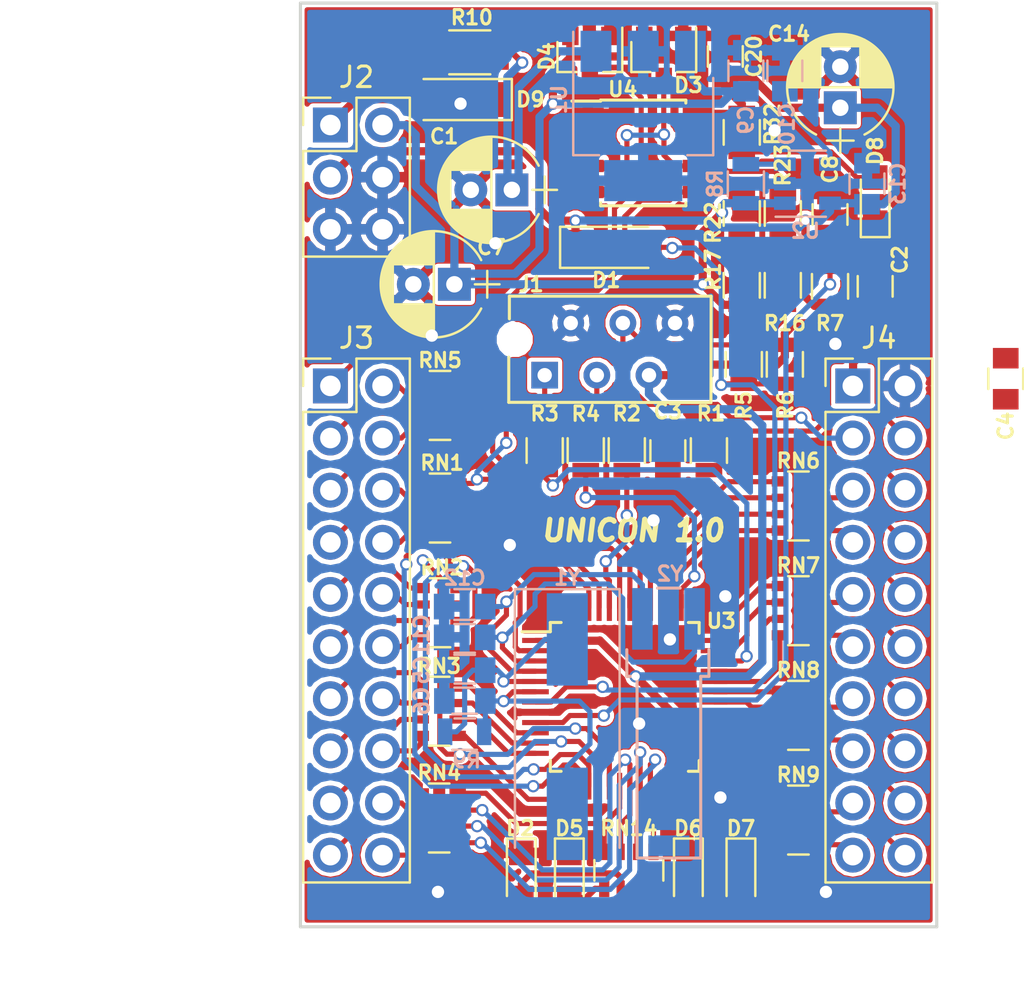
<source format=kicad_pcb>
(kicad_pcb (version 4) (host pcbnew 4.0.7)
  (layers (0 F.Cu signal) (31 B.Cu signal) (34 B.Paste user hide) (35 F.Paste user hide) (36 B.SilkS user) (37 F.SilkS user) (38 B.Mask user hide) (39 F.Mask user hide) (44 Edge.Cuts user))
  (net 0 "")
  (net 1 /12VDC)
  (net 2 /COM)
  (net 3 /BOOT0)
  (net 4 /~NRST)
  (net 5 /OSCIN)
  (net 6 /OSCOUT)
  (net 7 /5VDC)
  (net 8 /VDDA)
  (net 9 /OSC32_I)
  (net 10 /OSC32_O)
  (net 11 "Net-(J1-Pad1)")
  (net 12 "Net-(J1-Pad3)")
  (net 13 /ESCL)
  (net 14 /ESDA)
  (net 15 /BOOTA)
  (net 16 /SWDIO)
  (net 17 /SWCLK)
  (net 18 /IO24)
  (net 19 /IO25)
  (net 20 /IO10)
  (net 21 /IO11)
  (net 22 /IO1)
  (net 23 /IO3)
  (net 24 /IO2)
  (net 25 /IO4)
  (net 26 /IO9)
  (net 27 /IO12)
  (net 28 /IO13)
  (net 29 /IO15)
  (net 30 /IO14)
  (net 31 /IO16)
  (net 32 /IO17)
  (net 33 /IO19)
  (net 34 /IO18)
  (net 35 /IO20)
  (net 36 /IO22)
  (net 37 /IO23)
  (net 38 /3VDC)
  (net 39 "Net-(C10-Pad1)")
  (net 40 "Net-(D2-Pad2)")
  (net 41 /IO34)
  (net 42 /IO35)
  (net 43 /~NRSTP)
  (net 44 "Net-(J3-Pad5)")
  (net 45 "Net-(J3-Pad6)")
  (net 46 "Net-(J3-Pad7)")
  (net 47 "Net-(J3-Pad8)")
  (net 48 "Net-(J3-Pad9)")
  (net 49 "Net-(J3-Pad10)")
  (net 50 "Net-(J3-Pad11)")
  (net 51 "Net-(J3-Pad12)")
  (net 52 "Net-(J3-Pad13)")
  (net 53 "Net-(J3-Pad14)")
  (net 54 "Net-(J3-Pad15)")
  (net 55 "Net-(J3-Pad16)")
  (net 56 "Net-(J3-Pad17)")
  (net 57 "Net-(J3-Pad18)")
  (net 58 "Net-(J3-Pad19)")
  (net 59 "Net-(J3-Pad20)")
  (net 60 "Net-(J4-Pad5)")
  (net 61 "Net-(J4-Pad6)")
  (net 62 "Net-(J4-Pad7)")
  (net 63 "Net-(J4-Pad8)")
  (net 64 "Net-(J4-Pad9)")
  (net 65 "Net-(J4-Pad10)")
  (net 66 "Net-(J4-Pad11)")
  (net 67 "Net-(J4-Pad12)")
  (net 68 "Net-(J4-Pad13)")
  (net 69 "Net-(J4-Pad14)")
  (net 70 "Net-(J4-Pad15)")
  (net 71 "Net-(J4-Pad16)")
  (net 72 "Net-(J4-Pad17)")
  (net 73 "Net-(J4-Pad18)")
  (net 74 "Net-(J4-Pad19)")
  (net 75 "Net-(J4-Pad20)")
  (net 76 "Net-(R8-Pad1)")
  (net 77 /IO37)
  (net 78 /IO36)
  (net 79 /IO33)
  (net 80 /IO31)
  (net 81 /IO32)
  (net 82 /IO30)
  (net 83 /IO29)
  (net 84 /IO27)
  (net 85 /IO28)
  (net 86 /IO26)
  (net 87 "Net-(D5-Pad2)")
  (net 88 "Net-(D6-Pad2)")
  (net 89 "Net-(D7-Pad2)")
  (net 90 "Net-(C1-Pad1)")
  (net 91 /IO21)
  (net 92 "Net-(J3-Pad1)")
  (net 93 "Net-(J3-Pad2)")
  (net 94 "Net-(J3-Pad3)")
  (net 95 "Net-(J3-Pad4)")
  (net 96 "Net-(D8-Pad2)")
  (net 97 "Net-(D9-Pad1)")
  (module Wire_Pads:SolderWirePad_single_0-8mmDrill (layer F.Cu) (at 119.06 113.6)
    (fp_text reference REF** hide)
    (fp_text value SolderWirePad_single_0-8mmDrill)
    (pad 1 thru_hole circle (at 0 0) (size 0.8 0.8) (drill 0.6) (layers *.Cu) (net 2 /COM))
  )
  (module Wire_Pads:SolderWirePad_single_0-8mmDrill (layer F.Cu) (at 113.7 125.9)
    (fp_text reference REF** hide)
    (fp_text value SolderWirePad_single_0-8mmDrill)
    (pad 1 thru_hole circle (at 0 0) (size 0.8 0.8) (drill 0.6) (layers *.Cu) (net 2 /COM))
  )
  (module Wire_Pads:SolderWirePad_single_0-8mmDrill (layer F.Cu) (at 103.2 123.4)
    (fp_text reference REF** hide)
    (fp_text value SolderWirePad_single_0-8mmDrill)
    (pad 1 thru_hole circle (at 0 0) (size 0.8 0.8) (drill 0.6) (layers *.Cu) (net 2 /COM))
  )
  (module Wire_Pads:SolderWirePad_single_0-8mmDrill (layer F.Cu) (at 116.1 103.2)
    (fp_text reference REF** hide)
    (fp_text value SolderWirePad_single_0-8mmDrill)
    (pad 1 thru_hole circle (at 0 0) (size 0.8 0.8) (drill 0.6) (layers *.Cu) (net 2 /COM))
  )
  (module Wire_Pads:SolderWirePad_single_0-8mmDrill (layer F.Cu) (at 100.8 101.9)
    (fp_text reference REF** hide)
    (fp_text value SolderWirePad_single_0-8mmDrill)
    (pad 1 thru_hole circle (at 0 0) (size 0.8 0.8) (drill 0.6) (layers *.Cu) (net 2 /COM))
  )
  (module Wire_Pads:SolderWirePad_single_0-8mmDrill (layer F.Cu) (at 102.5 108.7)
    (fp_text reference REF** hide)
    (fp_text value SolderWirePad_single_0-8mmDrill)
    (pad 1 thru_hole circle (at 0 0) (size 0.8 0.8) (drill 0.6) (layers *.Cu) (net 2 /COM))
  )
  (module Wire_Pads:SolderWirePad_single_0-8mmDrill (layer F.Cu) (at 99.4 113.2)
    (fp_text reference REF** hide)
    (fp_text value SolderWirePad_single_0-8mmDrill)
    (pad 1 thru_hole circle (at 0 0) (size 0.8 0.8) (drill 0.6) (layers *.Cu) (net 2 /COM))
  )
  (module Wire_Pads:SolderWirePad_single_0-8mmDrill (layer F.Cu) (at 118.6 140.3)
    (fp_text reference REF** hide)
    (fp_text value SolderWirePad_single_0-8mmDrill)
    (pad 1 thru_hole circle (at 0 0) (size 0.8 0.8) (drill 0.6) (layers *.Cu) (net 2 /COM))
  )
  (module Wire_Pads:SolderWirePad_single_0-8mmDrill (layer F.Cu) (at 99.7 140.3)
    (fp_text reference REF** hide)
    (fp_text value SolderWirePad_single_0-8mmDrill)
    (pad 1 thru_hole circle (at 0 0) (size 0.8 0.8) (drill 0.6) (layers *.Cu) (net 2 /COM))
  )
  (module Wire_Pads:SolderWirePad_single_0-8mmDrill (layer F.Cu) (at 113.46 135.7)
    (fp_text reference REF** hide)
    (fp_text value SolderWirePad_single_0-8mmDrill)
    (pad 1 thru_hole circle (at 0 0) (size 0.8 0.8) (drill 0.6) (layers *.Cu) (net 2 /COM))
  )
  (module Wire_Pads:SolderWirePad_single_0-8mmDrill (layer F.Cu) (at 109.5 132.1)
    (fp_text reference REF** hide)
    (fp_text value SolderWirePad_single_0-8mmDrill)
    (pad 1 thru_hole circle (at 0 0) (size 0.8 0.8) (drill 0.6) (layers *.Cu) (net 2 /COM))
  )
  (module Wire_Pads:SolderWirePad_single_0-8mmDrill (layer F.Cu) (at 111 128)
    (fp_text reference REF** hide)
    (fp_text value SolderWirePad_single_0-8mmDrill)
    (pad 1 thru_hole circle (at 0 0) (size 0.8 0.8) (drill 0.6) (layers *.Cu) (net 2 /COM))
  )
  (module capacitors:C_0805 (layer F.Cu) (at 121 110.8 90)
    (fp_text reference C2 (at 1.3 1.2 270) (layer F.SilkS) (effects (font (size 0.7 0.7))))
    (fp_text value 100nF)
    (pad 1 smd rect (at -1 0 90) (size 1 1.25) (layers F.Cu F.Paste F.Mask) (net 38 /3VDC))
    (pad 2 smd rect (at 1 0 90) (size 1 1.25) (layers F.Cu F.Paste F.Mask) (net 2 /COM))
  )
  (module capacitors:C_0805 (layer F.Cu) (at 110.9 118.8 90)
    (fp_text reference C3 (at 1.9 0 180) (layer F.SilkS) (effects (font (size 0.7 0.7))))
    (fp_text value 100nF)
    (pad 1 smd rect (at -1 0 90) (size 1 1.25) (layers F.Cu F.Paste F.Mask) (net 3 /BOOT0))
    (pad 2 smd rect (at 1 0 90) (size 1 1.25) (layers F.Cu F.Paste F.Mask) (net 2 /COM))
  )
  (module capacitors:C_0805 (layer F.Cu) (at 127.36 115.3 90)
    (fp_text reference C4 (at -2.3 0 90) (layer F.SilkS) (effects (font (size 0.7 0.7))))
    (fp_text value 100nF)
    (pad 1 smd rect (at -1 0 90) (size 1 1.25) (layers F.Cu F.Paste F.Mask) (net 4 /~NRST))
    (pad 2 smd rect (at 1 0 90) (size 1 1.25) (layers F.Cu F.Paste F.Mask) (net 2 /COM))
  )
  (module capacitors:C_0805 (layer B.Cu) (at 101 129.5 180)
    (fp_text reference C5 (at 2.1 0 270) (layer B.SilkS) (effects (font (size 0.7 0.7)) (justify mirror)))
    (fp_text value 15pF)
    (pad 1 smd rect (at -1 0 180) (size 1 1.25) (layers B.Cu B.Paste B.Mask) (net 5 /OSCIN))
    (pad 2 smd rect (at 1 0 180) (size 1 1.25) (layers B.Cu B.Paste B.Mask) (net 2 /COM))
  )
  (module capacitors:C_0805 (layer B.Cu) (at 101.009843 131 180)
    (fp_text reference C6 (at 2.1 0 450) (layer B.SilkS) (effects (font (size 0.7 0.7)) (justify mirror)))
    (fp_text value 15pF)
    (pad 1 smd rect (at -1 0 180) (size 1 1.25) (layers B.Cu B.Paste B.Mask) (net 6 /OSCOUT))
    (pad 2 smd rect (at 1 0 180) (size 1 1.25) (layers B.Cu B.Paste B.Mask) (net 2 /COM))
  )
  (module capacitors:C_0805 (layer F.Cu) (at 113.7 99.6 90)
    (fp_text reference C20 (at 0 1.4 90) (layer F.SilkS) (effects (font (size 0.7 0.7))))
    (fp_text value 100nF)
    (pad 1 smd rect (at -1 0 90) (size 1 1.25) (layers F.Cu F.Paste F.Mask) (net 38 /3VDC))
    (pad 2 smd rect (at 1 0 90) (size 1 1.25) (layers F.Cu F.Paste F.Mask) (net 2 /COM))
  )
  (module capacitors:C_0805 (layer F.Cu) (at 118.8 107.3 90)
    (fp_text reference C8 (at 2.2 0 90) (layer F.SilkS) (effects (font (size 0.7 0.7))))
    (fp_text value 100nF)
    (pad 1 smd rect (at -1 0 90) (size 1 1.25) (layers F.Cu F.Paste F.Mask) (net 8 /VDDA))
    (pad 2 smd rect (at 1 0 90) (size 1 1.25) (layers F.Cu F.Paste F.Mask) (net 2 /COM))
  )
  (module capacitors:C_0805 (layer B.Cu) (at 114.7 100.3 90)
    (fp_text reference C9 (at -2.4 0 90) (layer B.SilkS) (effects (font (size 0.7 0.7)) (justify mirror)))
    (fp_text value 100nF)
    (pad 1 smd rect (at -1 0 90) (size 1 1.25) (layers B.Cu B.Paste B.Mask) (net 7 /5VDC))
    (pad 2 smd rect (at 1 0 90) (size 1 1.25) (layers B.Cu B.Paste B.Mask) (net 2 /COM))
  )
  (module capacitors:C_0805 (layer B.Cu) (at 116.6 100.3 90)
    (fp_text reference C10 (at -2.6 0.1 90) (layer B.SilkS) (effects (font (size 0.7 0.7)) (justify mirror)))
    (fp_text value 100nF)
    (pad 1 smd rect (at -1 0 90) (size 1 1.25) (layers B.Cu B.Paste B.Mask) (net 39 "Net-(C10-Pad1)"))
    (pad 2 smd rect (at 1 0 90) (size 1 1.25) (layers B.Cu B.Paste B.Mask) (net 2 /COM))
  )
  (module capacitors:C_0805 (layer B.Cu) (at 101 127.9 180)
    (fp_text reference C11 (at 2.1 0.1 270) (layer B.SilkS) (effects (font (size 0.7 0.7)) (justify mirror)))
    (fp_text value 15pF)
    (pad 1 smd rect (at -1 0 180) (size 1 1.25) (layers B.Cu B.Paste B.Mask) (net 9 /OSC32_I))
    (pad 2 smd rect (at 1 0 180) (size 1 1.25) (layers B.Cu B.Paste B.Mask) (net 2 /COM))
  )
  (module capacitors:C_0805 (layer B.Cu) (at 101 126.4 180)
    (fp_text reference C12 (at 0 1.4 360) (layer B.SilkS) (effects (font (size 0.7 0.7)) (justify mirror)))
    (fp_text value 15pF)
    (pad 1 smd rect (at -1 0 180) (size 1 1.25) (layers B.Cu B.Paste B.Mask) (net 10 /OSC32_O))
    (pad 2 smd rect (at 1 0 180) (size 1 1.25) (layers B.Cu B.Paste B.Mask) (net 2 /COM))
  )
  (module capacitors:C_0805 (layer B.Cu) (at 120.6 105.8 90)
    (fp_text reference C13 (at 0 1.5 90) (layer B.SilkS) (effects (font (size 0.7 0.7)) (justify mirror)))
    (fp_text value 100nF)
    (pad 1 smd rect (at -1 0 90) (size 1 1.25) (layers B.Cu B.Paste B.Mask) (net 38 /3VDC))
    (pad 2 smd rect (at 1 0 90) (size 1 1.25) (layers B.Cu B.Paste B.Mask) (net 2 /COM))
  )
  (module disc:D_MiniMELF (layer F.Cu) (at 108.2 108.9)
    (fp_text reference D1 (at -0.3 1.6) (layer F.SilkS) (effects (font (size 0.7 0.7))))
    (fp_text value BAS32)
    (pad 1 smd rect (at -1.75 0) (size 1.3 1.7) (layers F.Cu F.Paste F.Mask) (net 38 /3VDC))
    (pad 2 smd rect (at 1.75 0) (size 1.3 1.7) (layers F.Cu F.Paste F.Mask) (net 4 /~NRST))
  )
  (module disc:SOT-23 (layer F.Cu) (at 110.7 99.6 270)
    (fp_text reference D3 (at 1.4 -1.2 360) (layer F.SilkS) (effects (font (size 0.7 0.7))))
    (fp_text value BAT54S)
    (pad 1 smd rect (at -1 -0.95 270) (size 0.9 0.8) (layers F.Cu F.Paste F.Mask) (net 2 /COM))
    (pad 2 smd rect (at -1 0.95 270) (size 0.9 0.8) (layers F.Cu F.Paste F.Mask) (net 7 /5VDC))
    (pad 3 smd rect (at 1 0 270) (size 0.9 0.8) (layers F.Cu F.Paste F.Mask) (net 41 /IO34))
  )
  (module disc:SOT-23 (layer F.Cu) (at 107.1 99.6 270)
    (fp_text reference D4 (at 0 2.1 270) (layer F.SilkS) (effects (font (size 0.7 0.7))))
    (fp_text value BAT54S)
    (pad 1 smd rect (at -1 -0.95 270) (size 0.9 0.8) (layers F.Cu F.Paste F.Mask) (net 2 /COM))
    (pad 2 smd rect (at -1 0.95 270) (size 0.9 0.8) (layers F.Cu F.Paste F.Mask) (net 7 /5VDC))
    (pad 3 smd rect (at 1 0 270) (size 0.9 0.8) (layers F.Cu F.Paste F.Mask) (net 42 /IO35))
  )
  (module mech:ISP_SWD_Connector (layer F.Cu) (at 104.839003 115.149913)
    (fp_text reference J1 (at -0.6 -4.45) (layer F.SilkS) (effects (font (size 0.7 0.7))))
    (fp_text value PROG)
    (pad 2 thru_hole circle (at 1.33058 -2.56232) (size 1.3 1.3) (drill 0.7) (layers *.Cu *.Mask) (net 2 /COM))
    (pad "" np_thru_hole circle (at -1.37 -1.76) (size 1.3 1.3) (drill 1.3) (layers *.Cu))
    (pad 1 thru_hole rect (at 0.06058 -0.02232) (size 1.3 1.3) (drill 0.7) (layers *.Cu *.Mask) (net 11 "Net-(J1-Pad1)"))
    (pad 3 thru_hole circle (at 2.60058 -0.02232) (size 1.3 1.3) (drill 0.7) (layers *.Cu *.Mask) (net 12 "Net-(J1-Pad3)"))
    (pad 4 thru_hole circle (at 3.87058 -2.56232) (size 1.3 1.3) (drill 0.7) (layers *.Cu *.Mask) (net 43 /~NRSTP))
    (pad 5 thru_hole circle (at 5.14058 -0.02232) (size 1.3 1.3) (drill 0.7) (layers *.Cu *.Mask) (net 38 /3VDC))
    (pad 6 thru_hole circle (at 6.41058 -2.56232) (size 1.3 1.3) (drill 0.7) (layers *.Cu *.Mask) (net 2 /COM))
  )
  (module resistors:R_0805 (layer F.Cu) (at 116.5 110.75 270)
    (fp_text reference R16 (at 1.85 -0.1 360) (layer F.SilkS) (effects (font (size 0.7 0.7))))
    (fp_text value 4.7k)
    (pad 1 smd rect (at -0.95 0 270) (size 0.7 1.3) (layers F.Cu F.Paste F.Mask) (net 13 /ESCL))
    (pad 2 smd rect (at 0.95 0 270) (size 0.7 1.3) (layers F.Cu F.Paste F.Mask) (net 7 /5VDC))
  )
  (module resistors:R_0805 (layer F.Cu) (at 114.5 110.75 270)
    (fp_text reference R17 (at -0.75 1.4 270) (layer F.SilkS) (effects (font (size 0.7 0.7))))
    (fp_text value 4.7k)
    (pad 1 smd rect (at -0.95 0 270) (size 0.7 1.3) (layers F.Cu F.Paste F.Mask) (net 14 /ESDA))
    (pad 2 smd rect (at 0.95 0 270) (size 0.7 1.3) (layers F.Cu F.Paste F.Mask) (net 7 /5VDC))
  )
  (module resistors:R_0805 (layer F.Cu) (at 112.9 118.8 90)
    (fp_text reference R1 (at 1.8 0.1 180) (layer F.SilkS) (effects (font (size 0.7 0.7))))
    (fp_text value 120R)
    (pad 1 smd rect (at -0.95 0 90) (size 0.7 1.3) (layers F.Cu F.Paste F.Mask) (net 3 /BOOT0))
    (pad 2 smd rect (at 0.95 0 90) (size 0.7 1.3) (layers F.Cu F.Paste F.Mask) (net 15 /BOOTA))
  )
  (module resistors:R_0805 (layer F.Cu) (at 114.5 107.25 90)
    (fp_text reference R22 (at -0.45 -1.4 90) (layer F.SilkS) (effects (font (size 0.7 0.7))))
    (fp_text value 47R)
    (pad 1 smd rect (at -0.95 0 90) (size 0.7 1.3) (layers F.Cu F.Paste F.Mask) (net 14 /ESDA))
    (pad 2 smd rect (at 0.95 0 90) (size 0.7 1.3) (layers F.Cu F.Paste F.Mask) (net 42 /IO35))
  )
  (module resistors:R_0805 (layer F.Cu) (at 108.9 118.8 270)
    (fp_text reference R2 (at -1.8 0 360) (layer F.SilkS) (effects (font (size 0.7 0.7))))
    (fp_text value 10k)
    (pad 1 smd rect (at -0.95 0 270) (size 0.7 1.3) (layers F.Cu F.Paste F.Mask) (net 2 /COM))
    (pad 2 smd rect (at 0.95 0 270) (size 0.7 1.3) (layers F.Cu F.Paste F.Mask) (net 3 /BOOT0))
  )
  (module resistors:R_0805 (layer F.Cu) (at 116.5 107.25 90)
    (fp_text reference R23 (at 2.35 0 90) (layer F.SilkS) (effects (font (size 0.7 0.7))))
    (fp_text value 47R)
    (pad 1 smd rect (at -0.95 0 90) (size 0.7 1.3) (layers F.Cu F.Paste F.Mask) (net 13 /ESCL))
    (pad 2 smd rect (at 0.95 0 90) (size 0.7 1.3) (layers F.Cu F.Paste F.Mask) (net 41 /IO34))
  )
  (module resistors:R_0805 (layer F.Cu) (at 104.9 118.8 270)
    (fp_text reference R3 (at -1.8 0 360) (layer F.SilkS) (effects (font (size 0.7 0.7))))
    (fp_text value 47R)
    (pad 1 smd rect (at -0.95 0 270) (size 0.7 1.3) (layers F.Cu F.Paste F.Mask) (net 11 "Net-(J1-Pad1)"))
    (pad 2 smd rect (at 0.95 0 270) (size 0.7 1.3) (layers F.Cu F.Paste F.Mask) (net 16 /SWDIO))
  )
  (module resistors:R_0805 (layer F.Cu) (at 106.9 118.8 270)
    (fp_text reference R4 (at -1.787593 0 360) (layer F.SilkS) (effects (font (size 0.7 0.7))))
    (fp_text value 47R)
    (pad 1 smd rect (at -0.95 0 270) (size 0.7 1.3) (layers F.Cu F.Paste F.Mask) (net 12 "Net-(J1-Pad3)"))
    (pad 2 smd rect (at 0.95 0 270) (size 0.7 1.3) (layers F.Cu F.Paste F.Mask) (net 17 /SWCLK))
  )
  (module resistors:R_0805 (layer F.Cu) (at 114.6 114.6 270)
    (fp_text reference R5 (at 2 0 450) (layer F.SilkS) (effects (font (size 0.7 0.7))))
    (fp_text value 47R)
    (pad 1 smd rect (at -0.95 0 270) (size 0.7 1.3) (layers F.Cu F.Paste F.Mask) (net 43 /~NRSTP))
    (pad 2 smd rect (at 0.95 0 270) (size 0.7 1.3) (layers F.Cu F.Paste F.Mask) (net 4 /~NRST))
  )
  (module resistors:R_0805 (layer F.Cu) (at 116.6 114.6 90)
    (fp_text reference R6 (at -2 0.030417 90) (layer F.SilkS) (effects (font (size 0.7 0.7))))
    (fp_text value 15k)
    (pad 1 smd rect (at -0.95 0 90) (size 0.7 1.3) (layers F.Cu F.Paste F.Mask) (net 4 /~NRST))
    (pad 2 smd rect (at 0.95 0 90) (size 0.7 1.3) (layers F.Cu F.Paste F.Mask) (net 38 /3VDC))
  )
  (module resistors:R_0805 (layer F.Cu) (at 118.8 110.8 90)
    (fp_text reference R7 (at -1.8 0 180) (layer F.SilkS) (effects (font (size 0.7 0.7))))
    (fp_text value 120R)
    (pad 1 smd rect (at -0.95 0 90) (size 0.7 1.3) (layers F.Cu F.Paste F.Mask) (net 38 /3VDC))
    (pad 2 smd rect (at 0.95 0 90) (size 0.7 1.3) (layers F.Cu F.Paste F.Mask) (net 8 /VDDA))
  )
  (module resistors:R_0805 (layer B.Cu) (at 114.7 105.8 270)
    (fp_text reference R8 (at 0 1.5 270) (layer B.SilkS) (effects (font (size 0.7 0.7)) (justify mirror)))
    (fp_text value 15k)
    (pad 1 smd rect (at -0.95 0 270) (size 0.7 1.3) (layers B.Cu B.Paste B.Mask) (net 76 "Net-(R8-Pad1)"))
    (pad 2 smd rect (at 0.95 0 270) (size 0.7 1.3) (layers B.Cu B.Paste B.Mask) (net 7 /5VDC))
  )
  (module resistors:R_0805 (layer B.Cu) (at 101 132.5)
    (fp_text reference R9 (at 0.1 1.4) (layer B.SilkS) (effects (font (size 0.7 0.7)) (justify mirror)))
    (fp_text value 1M2)
    (pad 1 smd rect (at -0.95 0) (size 0.7 1.3) (layers B.Cu B.Paste B.Mask) (net 5 /OSCIN))
    (pad 2 smd rect (at 0.95 0) (size 0.7 1.3) (layers B.Cu B.Paste B.Mask) (net 6 /OSCOUT))
  )
  (module resistors:RN1206 (layer F.Cu) (at 99.8 121.6 180)
    (fp_text reference RN1 (at -0.1 2.2 180) (layer F.SilkS) (effects (font (size 0.7 0.7))))
    (fp_text value RN_100R_5%)
    (pad 1 smd rect (at -0.9 -1.2 180) (size 0.8 0.5) (layers F.Cu F.Paste F.Mask) (net 29 /IO15))
    (pad 5 smd rect (at -0.9 0.4 180) (size 0.8 0.4) (layers F.Cu F.Paste F.Mask) (net 28 /IO13))
    (pad 3 smd rect (at -0.9 -0.4 180) (size 0.8 0.4) (layers F.Cu F.Paste F.Mask) (net 30 /IO14))
    (pad 7 smd rect (at -0.9 1.2 180) (size 0.8 0.5) (layers F.Cu F.Paste F.Mask) (net 42 /IO35))
    (pad 4 smd rect (at 0.9 -0.4 180) (size 0.8 0.4) (layers F.Cu F.Paste F.Mask) (net 46 "Net-(J3-Pad7)"))
    (pad 2 smd rect (at 0.9 -1.2 180) (size 0.8 0.5) (layers F.Cu F.Paste F.Mask) (net 47 "Net-(J3-Pad8)"))
    (pad 6 smd rect (at 0.9 0.4 180) (size 0.8 0.4) (layers F.Cu F.Paste F.Mask) (net 45 "Net-(J3-Pad6)"))
    (pad 8 smd rect (at 0.9 1.2 180) (size 0.8 0.5) (layers F.Cu F.Paste F.Mask) (net 44 "Net-(J3-Pad5)"))
  )
  (module resistors:RN1206 (layer F.Cu) (at 99.8 126.7 180)
    (fp_text reference RN2 (at -0.1 2.2 180) (layer F.SilkS) (effects (font (size 0.7 0.7))))
    (fp_text value RN_100R_5%)
    (pad 1 smd rect (at -0.9 -1.2 180) (size 0.8 0.5) (layers F.Cu F.Paste F.Mask) (net 85 /IO28))
    (pad 5 smd rect (at -0.9 0.4 180) (size 0.8 0.4) (layers F.Cu F.Paste F.Mask) (net 86 /IO26))
    (pad 3 smd rect (at -0.9 -0.4 180) (size 0.8 0.4) (layers F.Cu F.Paste F.Mask) (net 84 /IO27))
    (pad 7 smd rect (at -0.9 1.2 180) (size 0.8 0.5) (layers F.Cu F.Paste F.Mask) (net 26 /IO9))
    (pad 4 smd rect (at 0.9 -0.4 180) (size 0.8 0.4) (layers F.Cu F.Paste F.Mask) (net 50 "Net-(J3-Pad11)"))
    (pad 2 smd rect (at 0.9 -1.2 180) (size 0.8 0.5) (layers F.Cu F.Paste F.Mask) (net 51 "Net-(J3-Pad12)"))
    (pad 6 smd rect (at 0.9 0.4 180) (size 0.8 0.4) (layers F.Cu F.Paste F.Mask) (net 49 "Net-(J3-Pad10)"))
    (pad 8 smd rect (at 0.9 1.2 180) (size 0.8 0.5) (layers F.Cu F.Paste F.Mask) (net 48 "Net-(J3-Pad9)"))
  )
  (module resistors:RN1206 (layer F.Cu) (at 99.76 131.5 180)
    (fp_text reference RN3 (at 0 2.2 180) (layer F.SilkS) (effects (font (size 0.7 0.7))))
    (fp_text value RN_100R_5%)
    (pad 1 smd rect (at -0.9 -1.2 180) (size 0.8 0.5) (layers F.Cu F.Paste F.Mask) (net 25 /IO4))
    (pad 5 smd rect (at -0.9 0.4 180) (size 0.8 0.4) (layers F.Cu F.Paste F.Mask) (net 24 /IO2))
    (pad 3 smd rect (at -0.9 -0.4 180) (size 0.8 0.4) (layers F.Cu F.Paste F.Mask) (net 23 /IO3))
    (pad 7 smd rect (at -0.9 1.2 180) (size 0.8 0.5) (layers F.Cu F.Paste F.Mask) (net 22 /IO1))
    (pad 4 smd rect (at 0.9 -0.4 180) (size 0.8 0.4) (layers F.Cu F.Paste F.Mask) (net 54 "Net-(J3-Pad15)"))
    (pad 2 smd rect (at 0.9 -1.2 180) (size 0.8 0.5) (layers F.Cu F.Paste F.Mask) (net 55 "Net-(J3-Pad16)"))
    (pad 6 smd rect (at 0.9 0.4 180) (size 0.8 0.4) (layers F.Cu F.Paste F.Mask) (net 53 "Net-(J3-Pad14)"))
    (pad 8 smd rect (at 0.9 1.2 180) (size 0.8 0.5) (layers F.Cu F.Paste F.Mask) (net 52 "Net-(J3-Pad13)"))
  )
  (module resistors:RN1206 (layer F.Cu) (at 99.76 136.7 180)
    (fp_text reference RN4 (at 0 2.2 180) (layer F.SilkS) (effects (font (size 0.7 0.7))))
    (fp_text value RN_100R_5%)
    (pad 1 smd rect (at -0.9 -1.2 180) (size 0.8 0.5) (layers F.Cu F.Paste F.Mask) (net 31 /IO16))
    (pad 5 smd rect (at -0.9 0.4 180) (size 0.8 0.4) (layers F.Cu F.Paste F.Mask) (net 21 /IO11))
    (pad 3 smd rect (at -0.9 -0.4 180) (size 0.8 0.4) (layers F.Cu F.Paste F.Mask) (net 27 /IO12))
    (pad 7 smd rect (at -0.9 1.2 180) (size 0.8 0.5) (layers F.Cu F.Paste F.Mask) (net 20 /IO10))
    (pad 4 smd rect (at 0.9 -0.4 180) (size 0.8 0.4) (layers F.Cu F.Paste F.Mask) (net 58 "Net-(J3-Pad19)"))
    (pad 2 smd rect (at 0.9 -1.2 180) (size 0.8 0.5) (layers F.Cu F.Paste F.Mask) (net 59 "Net-(J3-Pad20)"))
    (pad 6 smd rect (at 0.9 0.4 180) (size 0.8 0.4) (layers F.Cu F.Paste F.Mask) (net 57 "Net-(J3-Pad18)"))
    (pad 8 smd rect (at 0.9 1.2 180) (size 0.8 0.5) (layers F.Cu F.Paste F.Mask) (net 56 "Net-(J3-Pad17)"))
  )
  (module resistors:RN1206 (layer F.Cu) (at 117.26 136.8)
    (fp_text reference RN9 (at 0 -2.2) (layer F.SilkS) (effects (font (size 0.7 0.7))))
    (fp_text value RN_100R_5%)
    (pad 1 smd rect (at -0.9 -1.2) (size 0.8 0.5) (layers F.Cu F.Paste F.Mask) (net 34 /IO18))
    (pad 5 smd rect (at -0.9 0.4) (size 0.8 0.4) (layers F.Cu F.Paste F.Mask) (net 78 /IO36))
    (pad 3 smd rect (at -0.9 -0.4) (size 0.8 0.4) (layers F.Cu F.Paste F.Mask) (net 77 /IO37))
    (pad 7 smd rect (at -0.9 1.2) (size 0.8 0.5) (layers F.Cu F.Paste F.Mask) (net 32 /IO17))
    (pad 4 smd rect (at 0.9 -0.4) (size 0.8 0.4) (layers F.Cu F.Paste F.Mask) (net 72 "Net-(J4-Pad17)"))
    (pad 2 smd rect (at 0.9 -1.2) (size 0.8 0.5) (layers F.Cu F.Paste F.Mask) (net 73 "Net-(J4-Pad18)"))
    (pad 6 smd rect (at 0.9 0.4) (size 0.8 0.4) (layers F.Cu F.Paste F.Mask) (net 75 "Net-(J4-Pad20)"))
    (pad 8 smd rect (at 0.9 1.2) (size 0.8 0.5) (layers F.Cu F.Paste F.Mask) (net 74 "Net-(J4-Pad19)"))
  )
  (module resistors:RN1206 (layer F.Cu) (at 117.26 131.7)
    (fp_text reference RN8 (at 0 -2.2) (layer F.SilkS) (effects (font (size 0.7 0.7))))
    (fp_text value RN_100R_5%)
    (pad 1 smd rect (at -0.9 -1.2) (size 0.8 0.5) (layers F.Cu F.Paste F.Mask) (net 82 /IO30))
    (pad 5 smd rect (at -0.9 0.4) (size 0.8 0.4) (layers F.Cu F.Paste F.Mask) (net 35 /IO20))
    (pad 3 smd rect (at -0.9 -0.4) (size 0.8 0.4) (layers F.Cu F.Paste F.Mask) (net 83 /IO29))
    (pad 7 smd rect (at -0.9 1.2) (size 0.8 0.5) (layers F.Cu F.Paste F.Mask) (net 33 /IO19))
    (pad 4 smd rect (at 0.9 -0.4) (size 0.8 0.4) (layers F.Cu F.Paste F.Mask) (net 68 "Net-(J4-Pad13)"))
    (pad 2 smd rect (at 0.9 -1.2) (size 0.8 0.5) (layers F.Cu F.Paste F.Mask) (net 69 "Net-(J4-Pad14)"))
    (pad 6 smd rect (at 0.9 0.4) (size 0.8 0.4) (layers F.Cu F.Paste F.Mask) (net 71 "Net-(J4-Pad16)"))
    (pad 8 smd rect (at 0.9 1.2) (size 0.8 0.5) (layers F.Cu F.Paste F.Mask) (net 70 "Net-(J4-Pad15)"))
  )
  (module ics:SOIC-8_3.9x4.9mm_Pitch1.27mm (layer F.Cu) (at 109.7 104.3)
    (fp_text reference U4 (at -1 -3.1) (layer F.SilkS) (effects (font (size 0.7 0.7))))
    (fp_text value AT24C16)
    (pad 1 smd rect (at -2.7 -1.905) (size 1.55 0.6) (layers F.Cu F.Paste F.Mask) (net 2 /COM))
    (pad 2 smd rect (at -2.7 -0.635) (size 1.55 0.6) (layers F.Cu F.Paste F.Mask) (net 2 /COM))
    (pad 3 smd rect (at -2.7 0.635) (size 1.55 0.6) (layers F.Cu F.Paste F.Mask) (net 2 /COM))
    (pad 4 smd rect (at -2.7 1.905) (size 1.55 0.6) (layers F.Cu F.Paste F.Mask) (net 2 /COM))
    (pad 5 smd rect (at 2.7 1.905) (size 1.55 0.6) (layers F.Cu F.Paste F.Mask) (net 42 /IO35))
    (pad 6 smd rect (at 2.7 0.635) (size 1.55 0.6) (layers F.Cu F.Paste F.Mask) (net 41 /IO34))
    (pad 7 smd rect (at 2.7 -0.635) (size 1.55 0.6) (layers F.Cu F.Paste F.Mask) (net 2 /COM))
    (pad 8 smd rect (at 2.7 -1.905) (size 1.55 0.6) (layers F.Cu F.Paste F.Mask) (net 38 /3VDC))
  )
  (module TO_SOT_Packages_SMD:SOT-23-5 (layer B.Cu) (at 117.7 105.8)
    (fp_text reference U2 (at -0.1 2.3) (layer B.SilkS) (effects (font (size 0.7 0.7)) (justify mirror)))
    (fp_text value SIP21106-3.3)
    (pad 1 smd rect (at -1.1 0.95) (size 1.06 0.65) (layers B.Cu B.Paste B.Mask) (net 7 /5VDC))
    (pad 2 smd rect (at -1.1 0) (size 1.06 0.65) (layers B.Cu B.Paste B.Mask) (net 2 /COM))
    (pad 3 smd rect (at -1.1 -0.95) (size 1.06 0.65) (layers B.Cu B.Paste B.Mask) (net 76 "Net-(R8-Pad1)"))
    (pad 4 smd rect (at 1.1 -0.95) (size 1.06 0.65) (layers B.Cu B.Paste B.Mask) (net 39 "Net-(C10-Pad1)"))
    (pad 5 smd rect (at 1.1 0.95) (size 1.06 0.65) (layers B.Cu B.Paste B.Mask) (net 38 /3VDC))
  )
  (module Housings_QFP:LQFP-48_7x7mm_Pitch0.5mm (layer F.Cu) (at 108.8 130.8)
    (fp_text reference U3 (at 4.7 -3.7) (layer F.SilkS) (effects (font (size 0.7 0.7))))
    (fp_text value STM32F051C8Tx)
    (pad 1 smd rect (at -4.35 -2.75) (size 1.3 0.25) (layers F.Cu F.Paste F.Mask) (net 38 /3VDC))
    (pad 2 smd rect (at -4.35 -2.25) (size 1.3 0.25) (layers F.Cu F.Paste F.Mask) (net 29 /IO15))
    (pad 3 smd rect (at -4.35 -1.75) (size 1.3 0.25) (layers F.Cu F.Paste F.Mask) (net 9 /OSC32_I))
    (pad 4 smd rect (at -4.35 -1.25) (size 1.3 0.25) (layers F.Cu F.Paste F.Mask) (net 10 /OSC32_O))
    (pad 5 smd rect (at -4.35 -0.75) (size 1.3 0.25) (layers F.Cu F.Paste F.Mask) (net 5 /OSCIN))
    (pad 6 smd rect (at -4.35 -0.25) (size 1.3 0.25) (layers F.Cu F.Paste F.Mask) (net 6 /OSCOUT))
    (pad 7 smd rect (at -4.35 0.25) (size 1.3 0.25) (layers F.Cu F.Paste F.Mask) (net 4 /~NRST))
    (pad 8 smd rect (at -4.35 0.75) (size 1.3 0.25) (layers F.Cu F.Paste F.Mask) (net 2 /COM))
    (pad 9 smd rect (at -4.35 1.25) (size 1.3 0.25) (layers F.Cu F.Paste F.Mask) (net 8 /VDDA))
    (pad 10 smd rect (at -4.35 1.75) (size 1.3 0.25) (layers F.Cu F.Paste F.Mask) (net 22 /IO1))
    (pad 11 smd rect (at -4.35 2.25) (size 1.3 0.25) (layers F.Cu F.Paste F.Mask) (net 24 /IO2))
    (pad 12 smd rect (at -4.35 2.75) (size 1.3 0.25) (layers F.Cu F.Paste F.Mask) (net 23 /IO3))
    (pad 13 smd rect (at -2.75 4.35 90) (size 1.3 0.25) (layers F.Cu F.Paste F.Mask) (net 25 /IO4))
    (pad 14 smd rect (at -2.25 4.35 90) (size 1.3 0.25) (layers F.Cu F.Paste F.Mask) (net 26 /IO9))
    (pad 15 smd rect (at -1.75 4.35 90) (size 1.3 0.25) (layers F.Cu F.Paste F.Mask) (net 86 /IO26))
    (pad 16 smd rect (at -1.25 4.35 90) (size 1.3 0.25) (layers F.Cu F.Paste F.Mask) (net 84 /IO27))
    (pad 17 smd rect (at -0.75 4.35 90) (size 1.3 0.25) (layers F.Cu F.Paste F.Mask) (net 85 /IO28))
    (pad 18 smd rect (at -0.25 4.35 90) (size 1.3 0.25) (layers F.Cu F.Paste F.Mask) (net 20 /IO10))
    (pad 19 smd rect (at 0.25 4.35 90) (size 1.3 0.25) (layers F.Cu F.Paste F.Mask) (net 21 /IO11))
    (pad 20 smd rect (at 0.75 4.35 90) (size 1.3 0.25) (layers F.Cu F.Paste F.Mask) (net 27 /IO12))
    (pad 21 smd rect (at 1.25 4.35 90) (size 1.3 0.25) (layers F.Cu F.Paste F.Mask) (net 31 /IO16))
    (pad 22 smd rect (at 1.75 4.35 90) (size 1.3 0.25) (layers F.Cu F.Paste F.Mask) (net 32 /IO17))
    (pad 23 smd rect (at 2.25 4.35 90) (size 1.3 0.25) (layers F.Cu F.Paste F.Mask) (net 2 /COM))
    (pad 24 smd rect (at 2.75 4.35 90) (size 1.3 0.25) (layers F.Cu F.Paste F.Mask) (net 38 /3VDC))
    (pad 25 smd rect (at 4.35 2.75) (size 1.3 0.25) (layers F.Cu F.Paste F.Mask) (net 78 /IO36))
    (pad 26 smd rect (at 4.35 2.25) (size 1.3 0.25) (layers F.Cu F.Paste F.Mask) (net 77 /IO37))
    (pad 27 smd rect (at 4.35 1.75) (size 1.3 0.25) (layers F.Cu F.Paste F.Mask) (net 34 /IO18))
    (pad 28 smd rect (at 4.35 1.25) (size 1.3 0.25) (layers F.Cu F.Paste F.Mask) (net 33 /IO19))
    (pad 29 smd rect (at 4.35 0.75) (size 1.3 0.25) (layers F.Cu F.Paste F.Mask) (net 35 /IO20))
    (pad 30 smd rect (at 4.35 0.25) (size 1.3 0.25) (layers F.Cu F.Paste F.Mask) (net 83 /IO29))
    (pad 31 smd rect (at 4.35 -0.25) (size 1.3 0.25) (layers F.Cu F.Paste F.Mask) (net 82 /IO30))
    (pad 32 smd rect (at 4.35 -0.75) (size 1.3 0.25) (layers F.Cu F.Paste F.Mask) (net 80 /IO31))
    (pad 33 smd rect (at 4.35 -1.25) (size 1.3 0.25) (layers F.Cu F.Paste F.Mask) (net 81 /IO32))
    (pad 34 smd rect (at 4.35 -1.75) (size 1.3 0.25) (layers F.Cu F.Paste F.Mask) (net 16 /SWDIO))
    (pad 35 smd rect (at 4.35 -2.25) (size 1.3 0.25) (layers F.Cu F.Paste F.Mask) (net 79 /IO33))
    (pad 36 smd rect (at 4.35 -2.75) (size 1.3 0.25) (layers F.Cu F.Paste F.Mask) (net 91 /IO21))
    (pad 37 smd rect (at 2.75 -4.35 90) (size 1.3 0.25) (layers F.Cu F.Paste F.Mask) (net 17 /SWCLK))
    (pad 38 smd rect (at 2.25 -4.35 90) (size 1.3 0.25) (layers F.Cu F.Paste F.Mask) (net 36 /IO22))
    (pad 39 smd rect (at 1.75 -4.35 90) (size 1.3 0.25) (layers F.Cu F.Paste F.Mask) (net 37 /IO23))
    (pad 40 smd rect (at 1.25 -4.35 90) (size 1.3 0.25) (layers F.Cu F.Paste F.Mask) (net 18 /IO24))
    (pad 41 smd rect (at 0.75 -4.35 90) (size 1.3 0.25) (layers F.Cu F.Paste F.Mask) (net 19 /IO25))
    (pad 42 smd rect (at 0.25 -4.35 90) (size 1.3 0.25) (layers F.Cu F.Paste F.Mask) (net 41 /IO34))
    (pad 43 smd rect (at -0.25 -4.35 90) (size 1.3 0.25) (layers F.Cu F.Paste F.Mask) (net 42 /IO35))
    (pad 44 smd rect (at -0.75 -4.35 90) (size 1.3 0.25) (layers F.Cu F.Paste F.Mask) (net 3 /BOOT0))
    (pad 45 smd rect (at -1.25 -4.35 90) (size 1.3 0.25) (layers F.Cu F.Paste F.Mask) (net 28 /IO13))
    (pad 46 smd rect (at -1.75 -4.35 90) (size 1.3 0.25) (layers F.Cu F.Paste F.Mask) (net 30 /IO14))
    (pad 47 smd rect (at -2.25 -4.35 90) (size 1.3 0.25) (layers F.Cu F.Paste F.Mask) (net 2 /COM))
    (pad 48 smd rect (at -2.75 -4.35 90) (size 1.3 0.25) (layers F.Cu F.Paste F.Mask) (net 38 /3VDC))
  )
  (module disc:Crystal_SMD_HC49-SD (layer B.Cu) (at 106 132.25 270)
    (fp_text reference Y1 (at -7.25 0 360) (layer B.SilkS) (effects (font (size 0.7 0.7)) (justify mirror)))
    (fp_text value 8MHz)
    (pad 1 smd rect (at -4.25 0 270) (size 4.5 2) (layers B.Cu B.Paste B.Mask) (net 5 /OSCIN))
    (pad 2 smd rect (at 4.25 0 270) (size 4.5 2) (layers B.Cu B.Paste B.Mask) (net 6 /OSCOUT))
  )
  (module disc:Crystal_32768_horizontzl (layer B.Cu) (at 112.2 127 180)
    (fp_text reference Y2 (at 1.2 2.2 180) (layer B.SilkS) (effects (font (size 0.7 0.7)) (justify mirror)))
    (fp_text value "32768 Hz")
    (pad 3 smd rect (at 1.25 -11.05 180) (size 2 1) (layers B.Cu B.Paste B.Mask))
    (pad 2 smd rect (at 2.54 0 180) (size 1 3) (layers B.Cu B.Paste B.Mask) (net 10 /OSC32_O))
    (pad 1 smd rect (at 0 0 180) (size 1 3) (layers B.Cu B.Paste B.Mask) (net 9 /OSC32_I))
  )
  (module disc:LM340_SOT-223 (layer B.Cu) (at 109.7 102.5 270)
    (fp_text reference U1 (at -0.8 4.1 270) (layer B.SilkS) (effects (font (size 0.7 0.7)) (justify mirror)))
    (fp_text value LM340MP-5.0)
    (pad 2 smd rect (at 3.15 0 270) (size 2 3.8) (layers B.Cu B.Paste B.Mask) (net 2 /COM))
    (pad 2 smd rect (at -3.15 0 270) (size 2 1.5) (layers B.Cu B.Paste B.Mask) (net 2 /COM))
    (pad 3 smd rect (at -3.15 -2.3 270) (size 2 1.5) (layers B.Cu B.Paste B.Mask) (net 7 /5VDC))
    (pad 1 smd rect (at -3.15 2.3 270) (size 2 1.5) (layers B.Cu B.Paste B.Mask) (net 90 "Net-(C1-Pad1)"))
  )
  (module resistors:RN1206 (layer F.Cu) (at 99.8 116.6 180)
    (fp_text reference RN5 (at 0 2.2 180) (layer F.SilkS) (effects (font (size 0.7 0.7))))
    (fp_text value RN_100R_5%)
    (pad 1 smd rect (at -0.9 -1.2 180) (size 0.8 0.5) (layers F.Cu F.Paste F.Mask) (net 41 /IO34))
    (pad 5 smd rect (at -0.9 0.4 180) (size 0.8 0.4) (layers F.Cu F.Paste F.Mask))
    (pad 3 smd rect (at -0.9 -0.4 180) (size 0.8 0.4) (layers F.Cu F.Paste F.Mask))
    (pad 7 smd rect (at -0.9 1.2 180) (size 0.8 0.5) (layers F.Cu F.Paste F.Mask))
    (pad 4 smd rect (at 0.9 -0.4 180) (size 0.8 0.4) (layers F.Cu F.Paste F.Mask) (net 94 "Net-(J3-Pad3)"))
    (pad 2 smd rect (at 0.9 -1.2 180) (size 0.8 0.5) (layers F.Cu F.Paste F.Mask) (net 95 "Net-(J3-Pad4)"))
    (pad 6 smd rect (at 0.9 0.4 180) (size 0.8 0.4) (layers F.Cu F.Paste F.Mask) (net 93 "Net-(J3-Pad2)"))
    (pad 8 smd rect (at 0.9 1.2 180) (size 0.8 0.5) (layers F.Cu F.Paste F.Mask) (net 92 "Net-(J3-Pad1)"))
  )
  (module resistors:RN1206 (layer F.Cu) (at 117.26 121.5)
    (fp_text reference RN6 (at 0 -2.2) (layer F.SilkS) (effects (font (size 0.7 0.7))))
    (fp_text value RN_100R_5%)
    (pad 1 smd rect (at -0.9 -1.2) (size 0.8 0.5) (layers F.Cu F.Paste F.Mask) (net 19 /IO25))
    (pad 5 smd rect (at -0.9 0.4) (size 0.8 0.4) (layers F.Cu F.Paste F.Mask) (net 37 /IO23))
    (pad 3 smd rect (at -0.9 -0.4) (size 0.8 0.4) (layers F.Cu F.Paste F.Mask) (net 18 /IO24))
    (pad 7 smd rect (at -0.9 1.2) (size 0.8 0.5) (layers F.Cu F.Paste F.Mask) (net 36 /IO22))
    (pad 4 smd rect (at 0.9 -0.4) (size 0.8 0.4) (layers F.Cu F.Paste F.Mask) (net 60 "Net-(J4-Pad5)"))
    (pad 2 smd rect (at 0.9 -1.2) (size 0.8 0.5) (layers F.Cu F.Paste F.Mask) (net 61 "Net-(J4-Pad6)"))
    (pad 6 smd rect (at 0.9 0.4) (size 0.8 0.4) (layers F.Cu F.Paste F.Mask) (net 63 "Net-(J4-Pad8)"))
    (pad 8 smd rect (at 0.9 1.2) (size 0.8 0.5) (layers F.Cu F.Paste F.Mask) (net 62 "Net-(J4-Pad7)"))
  )
  (module resistors:RN1206 (layer F.Cu) (at 117.26 126.6)
    (fp_text reference RN7 (at 0 -2.2) (layer F.SilkS) (effects (font (size 0.7 0.7))))
    (fp_text value RN_100R_5%)
    (pad 1 smd rect (at -0.9 -1.2) (size 0.8 0.5) (layers F.Cu F.Paste F.Mask) (net 91 /IO21))
    (pad 5 smd rect (at -0.9 0.4) (size 0.8 0.4) (layers F.Cu F.Paste F.Mask) (net 81 /IO32))
    (pad 3 smd rect (at -0.9 -0.4) (size 0.8 0.4) (layers F.Cu F.Paste F.Mask) (net 79 /IO33))
    (pad 7 smd rect (at -0.9 1.2) (size 0.8 0.5) (layers F.Cu F.Paste F.Mask) (net 80 /IO31))
    (pad 4 smd rect (at 0.9 -0.4) (size 0.8 0.4) (layers F.Cu F.Paste F.Mask) (net 64 "Net-(J4-Pad9)"))
    (pad 2 smd rect (at 0.9 -1.2) (size 0.8 0.5) (layers F.Cu F.Paste F.Mask) (net 65 "Net-(J4-Pad10)"))
    (pad 6 smd rect (at 0.9 0.4) (size 0.8 0.4) (layers F.Cu F.Paste F.Mask) (net 67 "Net-(J4-Pad12)"))
    (pad 8 smd rect (at 0.9 1.2) (size 0.8 0.5) (layers F.Cu F.Paste F.Mask) (net 66 "Net-(J4-Pad11)"))
  )
  (module disc:LED_0805 (layer F.Cu) (at 103.76 139.5 270)
    (fp_text reference D2 (at -2.3 0.05 360) (layer F.SilkS) (effects (font (size 0.7 0.7))))
    (fp_text value LED1)
    (pad 2 smd rect (at 1.1 0 90) (size 1.2 1.2) (layers F.Cu F.Paste F.Mask) (net 40 "Net-(D2-Pad2)"))
    (pad 1 smd rect (at -1.1 0 90) (size 1.2 1.2) (layers F.Cu F.Paste F.Mask) (net 2 /COM))
  )
  (module disc:LED_0805 (layer F.Cu) (at 106.1 139.5 270)
    (fp_text reference D5 (at -2.3 0 360) (layer F.SilkS) (effects (font (size 0.7 0.7))))
    (fp_text value LED2)
    (pad 2 smd rect (at 1.1 0 90) (size 1.2 1.2) (layers F.Cu F.Paste F.Mask) (net 87 "Net-(D5-Pad2)"))
    (pad 1 smd rect (at -1.1 0 90) (size 1.2 1.2) (layers F.Cu F.Paste F.Mask) (net 2 /COM))
  )
  (module disc:LED_0805 (layer F.Cu) (at 111.9 139.5 270)
    (fp_text reference D6 (at -2.3 0 360) (layer F.SilkS) (effects (font (size 0.7 0.7))))
    (fp_text value LED1)
    (pad 2 smd rect (at 1.1 0 90) (size 1.2 1.2) (layers F.Cu F.Paste F.Mask) (net 88 "Net-(D6-Pad2)"))
    (pad 1 smd rect (at -1.1 0 90) (size 1.2 1.2) (layers F.Cu F.Paste F.Mask) (net 2 /COM))
  )
  (module disc:LED_0805 (layer F.Cu) (at 114.46 139.5 270)
    (fp_text reference D7 (at -2.3 0 360) (layer F.SilkS) (effects (font (size 0.7 0.7))))
    (fp_text value LED2)
    (pad 2 smd rect (at 1.1 0 90) (size 1.2 1.2) (layers F.Cu F.Paste F.Mask) (net 89 "Net-(D7-Pad2)"))
    (pad 1 smd rect (at -1.1 0 90) (size 1.2 1.2) (layers F.Cu F.Paste F.Mask) (net 2 /COM))
  )
  (module resistors:RN1206 (layer F.Cu) (at 109 139.25 270)
    (fp_text reference RN14 (at -2.05 0 360) (layer F.SilkS) (effects (font (size 0.7 0.7))))
    (fp_text value 100R)
    (pad 1 smd rect (at -0.9 -1.2 270) (size 0.8 0.5) (layers F.Cu F.Paste F.Mask) (net 31 /IO16))
    (pad 5 smd rect (at -0.9 0.4 270) (size 0.8 0.4) (layers F.Cu F.Paste F.Mask) (net 21 /IO11))
    (pad 3 smd rect (at -0.9 -0.4 270) (size 0.8 0.4) (layers F.Cu F.Paste F.Mask) (net 27 /IO12))
    (pad 7 smd rect (at -0.9 1.2 270) (size 0.8 0.5) (layers F.Cu F.Paste F.Mask) (net 20 /IO10))
    (pad 4 smd rect (at 0.9 -0.4 270) (size 0.8 0.4) (layers F.Cu F.Paste F.Mask) (net 89 "Net-(D7-Pad2)"))
    (pad 2 smd rect (at 0.9 -1.2 270) (size 0.8 0.5) (layers F.Cu F.Paste F.Mask) (net 88 "Net-(D6-Pad2)"))
    (pad 6 smd rect (at 0.9 0.4 270) (size 0.8 0.4) (layers F.Cu F.Paste F.Mask) (net 40 "Net-(D2-Pad2)"))
    (pad 8 smd rect (at 0.9 1.2 270) (size 0.8 0.5) (layers F.Cu F.Paste F.Mask) (net 87 "Net-(D5-Pad2)"))
  )
  (module resistors:R_1206 (layer F.Cu) (at 101.25 99.4)
    (fp_text reference R10 (at 0.1 -1.7) (layer F.SilkS) (effects (font (size 0.7 0.7))))
    (fp_text value 120R)
    (pad 1 smd rect (at -1.45 0) (size 0.9 1.7) (layers F.Cu F.Paste F.Mask) (net 97 "Net-(D9-Pad1)"))
    (pad 2 smd rect (at 1.45 0) (size 0.9 1.7) (layers F.Cu F.Paste F.Mask) (net 90 "Net-(C1-Pad1)"))
  )
  (module capacitors:CP_Radial_D5.0mm_P2.00mm (layer F.Cu) (at 103.3 106.1 180)
    (fp_text reference C1 (at 3.3 2.6 180) (layer F.SilkS) (effects (font (size 0.7 0.7))))
    (fp_text value 100uFx16V)
    (pad 1 thru_hole rect (at 0 0 180) (size 1.6 1.6) (drill 0.8) (layers *.Cu *.Mask) (net 90 "Net-(C1-Pad1)"))
    (pad 2 thru_hole circle (at 2 0 180) (size 1.6 1.6) (drill 0.8) (layers *.Cu *.Mask) (net 2 /COM))
  )
  (module capacitors:CP_Radial_D5.0mm_P2.00mm (layer F.Cu) (at 100.5 110.7 180)
    (fp_text reference C7 (at -1.8 1.8 180) (layer F.SilkS) (effects (font (size 0.7 0.7))))
    (fp_text value 100uFx16V)
    (pad 1 thru_hole rect (at 0 0 180) (size 1.6 1.6) (drill 0.8) (layers *.Cu *.Mask) (net 7 /5VDC))
    (pad 2 thru_hole circle (at 2 0 180) (size 1.6 1.6) (drill 0.8) (layers *.Cu *.Mask) (net 2 /COM))
  )
  (module capacitors:CP_Radial_D5.0mm_P2.00mm (layer F.Cu) (at 119.3 102.1 90)
    (fp_text reference C14 (at 3.6 -2.5 180) (layer F.SilkS) (effects (font (size 0.7 0.7))))
    (fp_text value 100uFx16V)
    (pad 1 thru_hole rect (at 0 0 90) (size 1.6 1.6) (drill 0.8) (layers *.Cu *.Mask) (net 38 /3VDC))
    (pad 2 thru_hole circle (at 2 0 90) (size 1.6 1.6) (drill 0.8) (layers *.Cu *.Mask) (net 2 /COM))
  )
  (module disc:LED_0805 (layer F.Cu) (at 121 106.6 90)
    (fp_text reference D8 (at 2.4 0 90) (layer F.SilkS) (effects (font (size 0.7 0.7))))
    (fp_text value 3V)
    (pad 2 smd rect (at 1.1 0 270) (size 1.2 1.2) (layers F.Cu F.Paste F.Mask) (net 96 "Net-(D8-Pad2)"))
    (pad 1 smd rect (at -1.1 0 270) (size 1.2 1.2) (layers F.Cu F.Paste F.Mask) (net 2 /COM))
  )
  (module resistors:R_0805 (layer F.Cu) (at 114.5 103.3 270)
    (fp_text reference R32 (at -0.4 -1.5 270) (layer F.SilkS) (effects (font (size 0.7 0.7))))
    (fp_text value 10k)
    (pad 1 smd rect (at -0.95 0 270) (size 0.7 1.3) (layers F.Cu F.Paste F.Mask) (net 38 /3VDC))
    (pad 2 smd rect (at 0.95 0 270) (size 0.7 1.3) (layers F.Cu F.Paste F.Mask) (net 96 "Net-(D8-Pad2)"))
  )
  (module Wire_Pads:SolderWirePad_single_0-8mmDrill (layer F.Cu) (at 110.2 122.2)
    (fp_text reference REF** hide)
    (fp_text value SolderWirePad_single_0-8mmDrill)
    (pad 1 thru_hole circle (at 0 0) (size 0.8 0.8) (drill 0.6) (layers *.Cu) (net 2 /COM))
  )
  (module disc:D_MiniMELF (layer F.Cu) (at 100.75 101.7 180)
    (fp_text reference D9 (at -3.45 0 180) (layer F.SilkS) (effects (font (size 0.7 0.7))))
    (fp_text value BAS32)
    (pad 1 smd rect (at -1.75 0 180) (size 1.3 1.7) (layers F.Cu F.Paste F.Mask) (net 97 "Net-(D9-Pad1)"))
    (pad 2 smd rect (at 1.75 0 180) (size 1.3 1.7) (layers F.Cu F.Paste F.Mask) (net 1 /12VDC))
  )
  (module Pin_Headers:Pin_Header_Straight_2x10_Pitch2.54mm (layer F.Cu) (at 94.46 115.65)
    (fp_text reference J3 (at 1.27 -2.33) (layer F.SilkS))
    (fp_text value SideA)
    (pad 1 thru_hole rect (at 0 0) (size 1.7 1.7) (drill 1) (layers *.Cu *.Mask) (net 92 "Net-(J3-Pad1)"))
    (pad 2 thru_hole oval (at 2.54 0) (size 1.7 1.7) (drill 1) (layers *.Cu *.Mask) (net 93 "Net-(J3-Pad2)"))
    (pad 3 thru_hole oval (at 0 2.54) (size 1.7 1.7) (drill 1) (layers *.Cu *.Mask) (net 94 "Net-(J3-Pad3)"))
    (pad 4 thru_hole oval (at 2.54 2.54) (size 1.7 1.7) (drill 1) (layers *.Cu *.Mask) (net 95 "Net-(J3-Pad4)"))
    (pad 5 thru_hole oval (at 0 5.08) (size 1.7 1.7) (drill 1) (layers *.Cu *.Mask) (net 44 "Net-(J3-Pad5)"))
    (pad 6 thru_hole oval (at 2.54 5.08) (size 1.7 1.7) (drill 1) (layers *.Cu *.Mask) (net 45 "Net-(J3-Pad6)"))
    (pad 7 thru_hole oval (at 0 7.62) (size 1.7 1.7) (drill 1) (layers *.Cu *.Mask) (net 46 "Net-(J3-Pad7)"))
    (pad 8 thru_hole oval (at 2.54 7.62) (size 1.7 1.7) (drill 1) (layers *.Cu *.Mask) (net 47 "Net-(J3-Pad8)"))
    (pad 9 thru_hole oval (at 0 10.16) (size 1.7 1.7) (drill 1) (layers *.Cu *.Mask) (net 48 "Net-(J3-Pad9)"))
    (pad 10 thru_hole oval (at 2.54 10.16) (size 1.7 1.7) (drill 1) (layers *.Cu *.Mask) (net 49 "Net-(J3-Pad10)"))
    (pad 11 thru_hole oval (at 0 12.7) (size 1.7 1.7) (drill 1) (layers *.Cu *.Mask) (net 50 "Net-(J3-Pad11)"))
    (pad 12 thru_hole oval (at 2.54 12.7) (size 1.7 1.7) (drill 1) (layers *.Cu *.Mask) (net 51 "Net-(J3-Pad12)"))
    (pad 13 thru_hole oval (at 0 15.24) (size 1.7 1.7) (drill 1) (layers *.Cu *.Mask) (net 52 "Net-(J3-Pad13)"))
    (pad 14 thru_hole oval (at 2.54 15.24) (size 1.7 1.7) (drill 1) (layers *.Cu *.Mask) (net 53 "Net-(J3-Pad14)"))
    (pad 15 thru_hole oval (at 0 17.78) (size 1.7 1.7) (drill 1) (layers *.Cu *.Mask) (net 54 "Net-(J3-Pad15)"))
    (pad 16 thru_hole oval (at 2.54 17.78) (size 1.7 1.7) (drill 1) (layers *.Cu *.Mask) (net 55 "Net-(J3-Pad16)"))
    (pad 17 thru_hole oval (at 0 20.32) (size 1.7 1.7) (drill 1) (layers *.Cu *.Mask) (net 56 "Net-(J3-Pad17)"))
    (pad 18 thru_hole oval (at 2.54 20.32) (size 1.7 1.7) (drill 1) (layers *.Cu *.Mask) (net 57 "Net-(J3-Pad18)"))
    (pad 19 thru_hole oval (at 0 22.86) (size 1.7 1.7) (drill 1) (layers *.Cu *.Mask) (net 58 "Net-(J3-Pad19)"))
    (pad 20 thru_hole oval (at 2.54 22.86) (size 1.7 1.7) (drill 1) (layers *.Cu *.Mask) (net 59 "Net-(J3-Pad20)"))
  )
  (module Pin_Headers:Pin_Header_Straight_2x10_Pitch2.54mm (layer F.Cu) (at 119.91 115.65)
    (fp_text reference J4 (at 1.27 -2.33) (layer F.SilkS))
    (fp_text value SideB)
    (pad 1 thru_hole rect (at 0 0) (size 1.7 1.7) (drill 1) (layers *.Cu *.Mask) (net 38 /3VDC))
    (pad 2 thru_hole oval (at 2.54 0) (size 1.7 1.7) (drill 1) (layers *.Cu *.Mask) (net 2 /COM))
    (pad 3 thru_hole oval (at 0 2.54) (size 1.7 1.7) (drill 1) (layers *.Cu *.Mask) (net 43 /~NRSTP))
    (pad 4 thru_hole oval (at 2.54 2.54) (size 1.7 1.7) (drill 1) (layers *.Cu *.Mask) (net 15 /BOOTA))
    (pad 5 thru_hole oval (at 0 5.08) (size 1.7 1.7) (drill 1) (layers *.Cu *.Mask) (net 60 "Net-(J4-Pad5)"))
    (pad 6 thru_hole oval (at 2.54 5.08) (size 1.7 1.7) (drill 1) (layers *.Cu *.Mask) (net 61 "Net-(J4-Pad6)"))
    (pad 7 thru_hole oval (at 0 7.62) (size 1.7 1.7) (drill 1) (layers *.Cu *.Mask) (net 62 "Net-(J4-Pad7)"))
    (pad 8 thru_hole oval (at 2.54 7.62) (size 1.7 1.7) (drill 1) (layers *.Cu *.Mask) (net 63 "Net-(J4-Pad8)"))
    (pad 9 thru_hole oval (at 0 10.16) (size 1.7 1.7) (drill 1) (layers *.Cu *.Mask) (net 64 "Net-(J4-Pad9)"))
    (pad 10 thru_hole oval (at 2.54 10.16) (size 1.7 1.7) (drill 1) (layers *.Cu *.Mask) (net 65 "Net-(J4-Pad10)"))
    (pad 11 thru_hole oval (at 0 12.7) (size 1.7 1.7) (drill 1) (layers *.Cu *.Mask) (net 66 "Net-(J4-Pad11)"))
    (pad 12 thru_hole oval (at 2.54 12.7) (size 1.7 1.7) (drill 1) (layers *.Cu *.Mask) (net 67 "Net-(J4-Pad12)"))
    (pad 13 thru_hole oval (at 0 15.24) (size 1.7 1.7) (drill 1) (layers *.Cu *.Mask) (net 68 "Net-(J4-Pad13)"))
    (pad 14 thru_hole oval (at 2.54 15.24) (size 1.7 1.7) (drill 1) (layers *.Cu *.Mask) (net 69 "Net-(J4-Pad14)"))
    (pad 15 thru_hole oval (at 0 17.78) (size 1.7 1.7) (drill 1) (layers *.Cu *.Mask) (net 70 "Net-(J4-Pad15)"))
    (pad 16 thru_hole oval (at 2.54 17.78) (size 1.7 1.7) (drill 1) (layers *.Cu *.Mask) (net 71 "Net-(J4-Pad16)"))
    (pad 17 thru_hole oval (at 0 20.32) (size 1.7 1.7) (drill 1) (layers *.Cu *.Mask) (net 72 "Net-(J4-Pad17)"))
    (pad 18 thru_hole oval (at 2.54 20.32) (size 1.7 1.7) (drill 1) (layers *.Cu *.Mask) (net 73 "Net-(J4-Pad18)"))
    (pad 19 thru_hole oval (at 0 22.86) (size 1.7 1.7) (drill 1) (layers *.Cu *.Mask) (net 74 "Net-(J4-Pad19)"))
    (pad 20 thru_hole oval (at 2.54 22.86) (size 1.7 1.7) (drill 1) (layers *.Cu *.Mask) (net 75 "Net-(J4-Pad20)"))
  )
  (module Pin_Headers:Pin_Header_Straight_2x03_Pitch2.54mm (layer F.Cu) (at 94.46 102.94)
    (fp_text reference J2 (at 1.27 -2.33) (layer F.SilkS))
    (fp_text value PWR)
    (pad 1 thru_hole rect (at 0 0) (size 1.7 1.7) (drill 1) (layers *.Cu *.Mask) (net 1 /12VDC))
    (pad 2 thru_hole oval (at 2.54 0) (size 1.7 1.7) (drill 1) (layers *.Cu *.Mask) (net 7 /5VDC))
    (pad 3 thru_hole oval (at 0 2.54) (size 1.7 1.7) (drill 1) (layers *.Cu *.Mask) (net 38 /3VDC))
    (pad 4 thru_hole oval (at 2.54 2.54) (size 1.7 1.7) (drill 1) (layers *.Cu *.Mask) (net 2 /COM))
    (pad 5 thru_hole oval (at 0 5.08) (size 1.7 1.7) (drill 1) (layers *.Cu *.Mask) (net 2 /COM))
    (pad 6 thru_hole oval (at 2.54 5.08) (size 1.7 1.7) (drill 1) (layers *.Cu *.Mask) (net 2 /COM))
  )
  (gr_text "UNICON 1.0" (at 109.2 122.7) (layer F.SilkS) (effects (font (size 1 1) (thickness 0.25) italic)))
  (gr_line (start 124 142) (end 93 142) (layer Edge.Cuts) (width 0.15))
  (gr_line (start 93 142) (end 93 97) (layer Edge.Cuts) (width 0.15))
  (gr_line (start 124 97) (end 124 142) (layer Edge.Cuts) (width 0.15))
  (gr_line (start 93 97) (end 124 97) (layer Edge.Cuts) (width 0.15))
  (segment (start 99 101.7) (end 98.98 101.68) (width 0.4) (layer F.Cu) (net 1))
  (segment (start 95.72 101.68) (end 94.46 102.94) (width 0.4) (layer F.Cu) (net 1))
  (segment (start 98.98 101.68) (end 95.72 101.68) (width 0.4) (layer F.Cu) (net 1))
  (segment (start 107.876538 124.193793) (end 107.876538 124.959082) (width 0.25) (layer F.Cu) (net 3))
  (segment (start 107.876538 124.959082) (end 108.05 125.132544) (width 0.25) (layer F.Cu) (net 3))
  (segment (start 108.05 125.132544) (end 108.05 126.45) (width 0.25) (layer F.Cu) (net 3))
  (segment (start 107.876538 124.193793) (end 107.885055 124.193793) (width 0.25) (layer B.Cu) (net 3))
  (segment (start 107.885055 124.193793) (end 108.901432 123.177416) (width 0.25) (layer B.Cu) (net 3))
  (segment (start 108.901432 123.177416) (end 108.901432 121.951815) (width 0.25) (layer B.Cu) (net 3))
  (via (at 107.876538 124.193793) (size 0.6) (drill 0.4) (layers F.Cu B.Cu) (net 3))
  (via (at 108.901432 121.951815) (size 0.6) (drill 0.4) (layers F.Cu B.Cu) (net 3))
  (segment (start 108.9 119.75) (end 108.9 121.950383) (width 0.25) (layer F.Cu) (net 3))
  (segment (start 108.9 121.950383) (end 108.901432 121.951815) (width 0.25) (layer F.Cu) (net 3))
  (segment (start 112.9 119.75) (end 110.95 119.75) (width 0.25) (layer F.Cu) (net 3))
  (segment (start 110.95 119.75) (end 110.9 119.8) (width 0.25) (layer F.Cu) (net 3))
  (segment (start 108.9 119.75) (end 110.85 119.75) (width 0.25) (layer F.Cu) (net 3))
  (segment (start 110.85 119.75) (end 110.9 119.8) (width 0.25) (layer F.Cu) (net 3))
  (segment (start 107.724871 130.311388) (end 107.879288 130.465805) (width 0.25) (layer B.Cu) (net 4))
  (segment (start 116.112055 129.409931) (end 116.112055 116.715953) (width 0.25) (layer B.Cu) (net 4))
  (segment (start 116.112055 116.715953) (end 114.996102 115.6) (width 0.25) (layer B.Cu) (net 4))
  (segment (start 114.996102 115.6) (end 113.5 115.6) (width 0.25) (layer B.Cu) (net 4))
  (segment (start 107.879288 130.465805) (end 115.056181 130.465805) (width 0.25) (layer B.Cu) (net 4))
  (segment (start 115.056181 130.465805) (end 116.112055 129.409931) (width 0.25) (layer B.Cu) (net 4))
  (segment (start 111.117438 108.930764) (end 112.207935 108.930764) (width 0.25) (layer B.Cu) (net 4))
  (segment (start 112.207935 108.930764) (end 113.5 110.222829) (width 0.25) (layer B.Cu) (net 4))
  (segment (start 113.5 110.222829) (end 113.5 115.6) (width 0.25) (layer B.Cu) (net 4))
  (via (at 111.117438 108.930764) (size 0.6) (drill 0.4) (layers F.Cu B.Cu) (net 4))
  (segment (start 111.117438 108.930764) (end 111.086674 108.9) (width 0.25) (layer F.Cu) (net 4))
  (segment (start 111.086674 108.9) (end 109.95 108.9) (width 0.25) (layer F.Cu) (net 4))
  (via (at 107.724871 130.311388) (size 0.6) (drill 0.4) (layers F.Cu B.Cu) (net 4))
  (segment (start 107.724871 130.311388) (end 105.946625 130.311388) (width 0.25) (layer F.Cu) (net 4))
  (segment (start 105.208013 131.05) (end 104.45 131.05) (width 0.25) (layer F.Cu) (net 4))
  (segment (start 105.946625 130.311388) (end 105.208013 131.05) (width 0.25) (layer F.Cu) (net 4))
  (segment (start 114.6 115.55) (end 113.55 115.55) (width 0.25) (layer F.Cu) (net 4))
  (via (at 113.5 115.6) (size 0.6) (drill 0.4) (layers F.Cu B.Cu) (net 4))
  (segment (start 113.55 115.55) (end 113.5 115.6) (width 0.25) (layer F.Cu) (net 4))
  (segment (start 116.6 115.55) (end 114.6 115.55) (width 0.25) (layer F.Cu) (net 4))
  (segment (start 116.65 115.6) (end 116.6 115.55) (width 0.25) (layer F.Cu) (net 4))
  (segment (start 102.893187 130.046522) (end 102.893187 130.021303) (width 0.25) (layer B.Cu) (net 5))
  (segment (start 102.893187 130.021303) (end 104.91449 128) (width 0.25) (layer B.Cu) (net 5))
  (segment (start 104.91449 128) (end 106 128) (width 0.25) (layer B.Cu) (net 5))
  (segment (start 102.893187 130.046522) (end 102.893187 129.791109) (width 0.25) (layer B.Cu) (net 5))
  (segment (start 102.893187 129.791109) (end 102.602078 129.5) (width 0.25) (layer B.Cu) (net 5))
  (segment (start 102.602078 129.5) (end 102 129.5) (width 0.25) (layer B.Cu) (net 5))
  (via (at 102.893187 130.046522) (size 0.6) (drill 0.4) (layers F.Cu B.Cu) (net 5))
  (segment (start 102.893187 130.046522) (end 102.896665 130.05) (width 0.25) (layer F.Cu) (net 5))
  (segment (start 102.896665 130.05) (end 104.45 130.05) (width 0.25) (layer F.Cu) (net 5))
  (segment (start 101 129.9) (end 101.4 129.5) (width 0.25) (layer B.Cu) (net 5))
  (segment (start 101.4 129.5) (end 102 129.5) (width 0.25) (layer B.Cu) (net 5))
  (segment (start 101 132.1) (end 101 129.9) (width 0.25) (layer B.Cu) (net 5))
  (segment (start 100.6 132.5) (end 101 132.1) (width 0.25) (layer B.Cu) (net 5))
  (segment (start 100.05 132.5) (end 100.6 132.5) (width 0.25) (layer B.Cu) (net 5))
  (segment (start 102.89783 131.005321) (end 106.588109 131.005321) (width 0.25) (layer B.Cu) (net 6))
  (segment (start 106.588109 131.005321) (end 107.105515 131.522727) (width 0.25) (layer B.Cu) (net 6))
  (segment (start 107.105515 131.522727) (end 107.105515 133.085159) (width 0.25) (layer B.Cu) (net 6))
  (segment (start 107.105515 133.085159) (end 106 134.190674) (width 0.25) (layer B.Cu) (net 6))
  (segment (start 106 134.190674) (end 106 136.5) (width 0.25) (layer B.Cu) (net 6))
  (via (at 102.89783 131.005321) (size 0.6) (drill 0.4) (layers F.Cu B.Cu) (net 6))
  (segment (start 102.89783 131.005321) (end 103.353151 130.55) (width 0.25) (layer F.Cu) (net 6))
  (segment (start 103.353151 130.55) (end 104.45 130.55) (width 0.25) (layer F.Cu) (net 6))
  (segment (start 102.89783 131.005321) (end 102.892509 131) (width 0.25) (layer B.Cu) (net 6))
  (segment (start 102.892509 131) (end 102.009843 131) (width 0.25) (layer B.Cu) (net 6))
  (segment (start 102.009843 131) (end 102.009843 132.440157) (width 0.25) (layer B.Cu) (net 6))
  (segment (start 102.009843 132.440157) (end 101.95 132.5) (width 0.25) (layer B.Cu) (net 6))
  (segment (start 105.3 101.9) (end 104.645826 102.554174) (width 0.4) (layer B.Cu) (net 7))
  (segment (start 104.645826 102.554174) (end 104.645826 108.992034) (width 0.4) (layer B.Cu) (net 7))
  (segment (start 104.645826 108.992034) (end 103.455765 110.182095) (width 0.4) (layer B.Cu) (net 7))
  (segment (start 103.455765 110.182095) (end 101.017905 110.182095) (width 0.4) (layer B.Cu) (net 7))
  (segment (start 101.017905 110.182095) (end 100.5 110.7) (width 0.4) (layer B.Cu) (net 7))
  (segment (start 106.2 99.6) (end 105.3 100.5) (width 0.4) (layer F.Cu) (net 7))
  (segment (start 105.3 100.5) (end 105.3 101.9) (width 0.4) (layer F.Cu) (net 7))
  (via (at 105.3 101.9) (size 0.6) (drill 0.4) (layers F.Cu B.Cu) (net 7))
  (segment (start 113.537659 107.213003) (end 113.537659 106.898208) (width 0.4) (layer B.Cu) (net 7))
  (segment (start 113.537659 106.898208) (end 113.685867 106.75) (width 0.4) (layer B.Cu) (net 7))
  (segment (start 113.685867 106.75) (end 114.7 106.75) (width 0.4) (layer B.Cu) (net 7))
  (via (at 113.537659 107.213003) (size 0.6) (drill 0.4) (layers F.Cu B.Cu) (net 7))
  (segment (start 113.537659 107.213003) (end 112.6 108.150662) (width 0.4) (layer F.Cu) (net 7))
  (segment (start 112.6 108.150662) (end 112.6 110.7) (width 0.4) (layer F.Cu) (net 7))
  (segment (start 112.6 110.7) (end 104.7 110.7) (width 0.4) (layer B.Cu) (net 7))
  (segment (start 104.7 110.7) (end 101.9 110.7) (width 0.4) (layer B.Cu) (net 7))
  (segment (start 114.5 111.7) (end 113.6 111.7) (width 0.4) (layer F.Cu) (net 7))
  (segment (start 113.6 111.7) (end 112.6 110.7) (width 0.4) (layer F.Cu) (net 7))
  (via (at 112.6 110.7) (size 0.6) (drill 0.4) (layers F.Cu B.Cu) (net 7))
  (segment (start 114.5 111.7) (end 116.5 111.7) (width 0.4) (layer F.Cu) (net 7))
  (segment (start 100.5 110.7) (end 100.5 107.8) (width 0.4) (layer B.Cu) (net 7))
  (segment (start 100.5 107.8) (end 98.617826 105.917826) (width 0.4) (layer B.Cu) (net 7))
  (segment (start 98.617826 105.917826) (end 98.617826 103.417826) (width 0.4) (layer B.Cu) (net 7))
  (segment (start 98.617826 103.417826) (end 98.15 102.95) (width 0.4) (layer B.Cu) (net 7))
  (segment (start 98.15 102.95) (end 97 102.95) (width 0.4) (layer B.Cu) (net 7))
  (segment (start 114.7 101.3) (end 114.1 101.3) (width 0.4) (layer B.Cu) (net 7))
  (segment (start 114.1 101.3) (end 113.5 101.9) (width 0.4) (layer B.Cu) (net 7))
  (segment (start 113.5 101.9) (end 105.3 101.9) (width 0.4) (layer B.Cu) (net 7))
  (segment (start 100.5 110.7) (end 101.9 110.7) (width 0.4) (layer B.Cu) (net 7))
  (segment (start 112 100.6) (end 112.7 101.3) (width 0.4) (layer B.Cu) (net 7))
  (segment (start 112.7 101.3) (end 114.7 101.3) (width 0.4) (layer B.Cu) (net 7))
  (segment (start 112 99.35) (end 112 100.6) (width 0.4) (layer B.Cu) (net 7))
  (segment (start 106.2 99.6) (end 106.15 99.55) (width 0.4) (layer F.Cu) (net 7))
  (segment (start 106.15 99.55) (end 106.15 98.6) (width 0.4) (layer F.Cu) (net 7))
  (segment (start 109.4 99.6) (end 106.2 99.6) (width 0.4) (layer F.Cu) (net 7))
  (segment (start 109.75 99.25) (end 109.4 99.6) (width 0.4) (layer F.Cu) (net 7))
  (segment (start 109.75 98.6) (end 109.75 99.25) (width 0.4) (layer F.Cu) (net 7))
  (segment (start 114.7 106.75) (end 116.6 106.75) (width 0.4) (layer B.Cu) (net 7))
  (segment (start 107.779587 131.713467) (end 108.543216 130.949838) (width 0.25) (layer B.Cu) (net 8))
  (segment (start 108.543216 130.949838) (end 115.22733 130.949838) (width 0.25) (layer B.Cu) (net 8))
  (segment (start 115.22733 130.949838) (end 116.650683 129.526485) (width 0.25) (layer B.Cu) (net 8))
  (segment (start 116.650683 129.526485) (end 116.650683 112.849317) (width 0.25) (layer B.Cu) (net 8))
  (segment (start 116.650683 112.849317) (end 118.8 110.7) (width 0.25) (layer B.Cu) (net 8))
  (segment (start 118.8 110.7) (end 118.8 109.85) (width 0.25) (layer F.Cu) (net 8))
  (via (at 118.8 110.7) (size 0.6) (drill 0.4) (layers F.Cu B.Cu) (net 8))
  (via (at 107.779587 131.713467) (size 0.6) (drill 0.4) (layers F.Cu B.Cu) (net 8))
  (segment (start 107.779587 131.713467) (end 107.772748 131.706628) (width 0.25) (layer F.Cu) (net 8))
  (segment (start 107.772748 131.706628) (end 106.131289 131.706628) (width 0.25) (layer F.Cu) (net 8))
  (segment (start 106.131289 131.706628) (end 105.787917 132.05) (width 0.25) (layer F.Cu) (net 8))
  (segment (start 105.787917 132.05) (end 104.45 132.05) (width 0.25) (layer F.Cu) (net 8))
  (segment (start 118.8 108.3) (end 118.8 109.85) (width 0.25) (layer F.Cu) (net 8))
  (segment (start 108 125.3) (end 108.7 126) (width 0.25) (layer B.Cu) (net 9))
  (via (at 102.841316 127.909911) (size 0.6) (drill 0.4) (layers F.Cu B.Cu) (net 9))
  (segment (start 102.841316 127.909911) (end 102.910317 127.909911) (width 0.25) (layer B.Cu) (net 9))
  (segment (start 111.695408 129.104592) (end 112.2 128.6) (width 0.25) (layer B.Cu) (net 9))
  (segment (start 102.910317 127.909911) (end 104.430362 126.389866) (width 0.25) (layer B.Cu) (net 9))
  (segment (start 104.430362 126.389866) (end 104.430362 125.785661) (width 0.25) (layer B.Cu) (net 9))
  (segment (start 102.831405 127.9) (end 102 127.9) (width 0.25) (layer B.Cu) (net 9))
  (segment (start 104.430362 125.785661) (end 104.916023 125.3) (width 0.25) (layer B.Cu) (net 9))
  (segment (start 108.7 126) (end 108.7 128.6) (width 0.25) (layer B.Cu) (net 9))
  (segment (start 104.916023 125.3) (end 108 125.3) (width 0.25) (layer B.Cu) (net 9))
  (segment (start 108.7 128.6) (end 109.204592 129.104592) (width 0.25) (layer B.Cu) (net 9))
  (segment (start 102.841316 127.909911) (end 102.831405 127.9) (width 0.25) (layer B.Cu) (net 9))
  (segment (start 109.204592 129.104592) (end 111.695408 129.104592) (width 0.25) (layer B.Cu) (net 9))
  (segment (start 102.841316 128.406781) (end 103.484535 129.05) (width 0.25) (layer F.Cu) (net 9))
  (segment (start 112.2 128.6) (end 112.2 127) (width 0.25) (layer B.Cu) (net 9))
  (segment (start 102.841316 127.909911) (end 102.841316 128.406781) (width 0.25) (layer F.Cu) (net 9))
  (segment (start 103.484535 129.05) (end 104.45 129.05) (width 0.25) (layer F.Cu) (net 9))
  (segment (start 103.039589 126.168252) (end 103.048976 126.168252) (width 0.25) (layer B.Cu) (net 10))
  (segment (start 103.048976 126.168252) (end 104.373648 124.84358) (width 0.25) (layer B.Cu) (net 10))
  (segment (start 104.373648 124.84358) (end 109.159549 124.84358) (width 0.25) (layer B.Cu) (net 10))
  (segment (start 109.66 125.344031) (end 109.66 127) (width 0.25) (layer B.Cu) (net 10))
  (segment (start 109.159549 124.84358) (end 109.66 125.344031) (width 0.25) (layer B.Cu) (net 10))
  (segment (start 103.035764 126.160408) (end 103.035764 126.814724) (width 0.25) (layer F.Cu) (net 10))
  (segment (start 103.035764 126.814724) (end 102.196822 127.653666) (width 0.25) (layer F.Cu) (net 10))
  (segment (start 102.196822 127.653666) (end 102.196822 128.464669) (width 0.25) (layer F.Cu) (net 10))
  (segment (start 102.196822 128.464669) (end 103.282153 129.55) (width 0.25) (layer F.Cu) (net 10))
  (segment (start 103.282153 129.55) (end 104.45 129.55) (width 0.25) (layer F.Cu) (net 10))
  (segment (start 102 126.4) (end 102.796172 126.4) (width 0.25) (layer B.Cu) (net 10))
  (segment (start 102.796172 126.4) (end 103.035764 126.160408) (width 0.25) (layer B.Cu) (net 10))
  (via (at 103.035764 126.160408) (size 0.6) (drill 0.4) (layers F.Cu B.Cu) (net 10))
  (segment (start 104.899583 115.127593) (end 104.899583 117.849583) (width 0.25) (layer F.Cu) (net 11))
  (segment (start 104.899583 117.849583) (end 104.9 117.85) (width 0.25) (layer F.Cu) (net 11))
  (segment (start 107.439583 116.260417) (end 106.9 116.8) (width 0.25) (layer F.Cu) (net 12))
  (segment (start 106.9 116.8) (end 106.9 117.85) (width 0.25) (layer F.Cu) (net 12))
  (segment (start 107.439583 115.127593) (end 107.439583 116.260417) (width 0.25) (layer F.Cu) (net 12))
  (segment (start 116.5 108.2) (end 116.5 109.8) (width 0.25) (layer F.Cu) (net 13))
  (segment (start 114.5 108.2) (end 114.5 109.8) (width 0.25) (layer F.Cu) (net 14))
  (segment (start 112.9 117.85) (end 118.055667 117.85) (width 0.25) (layer F.Cu) (net 15))
  (segment (start 118.055667 117.85) (end 118.985667 116.92) (width 0.25) (layer F.Cu) (net 15))
  (segment (start 118.985667 116.92) (end 121.248966 116.92) (width 0.25) (layer F.Cu) (net 15))
  (segment (start 121.248966 116.92) (end 122.501451 118.172485) (width 0.25) (layer F.Cu) (net 15))
  (segment (start 114.735347 128.817524) (end 114.747647 128.805224) (width 0.25) (layer B.Cu) (net 16))
  (segment (start 114.747647 128.805224) (end 114.747647 121.37409) (width 0.25) (layer B.Cu) (net 16))
  (segment (start 114.747647 121.37409) (end 113.106921 119.733364) (width 0.25) (layer B.Cu) (net 16))
  (segment (start 113.106921 119.733364) (end 106.066636 119.733364) (width 0.25) (layer B.Cu) (net 16))
  (segment (start 106.066636 119.733364) (end 105.3 120.5) (width 0.25) (layer B.Cu) (net 16))
  (via (at 114.735347 128.817524) (size 0.6) (drill 0.4) (layers F.Cu B.Cu) (net 16))
  (segment (start 114.735347 128.817524) (end 114.502871 129.05) (width 0.25) (layer F.Cu) (net 16))
  (segment (start 114.502871 129.05) (end 113.15 129.05) (width 0.25) (layer F.Cu) (net 16))
  (segment (start 104.9 119.75) (end 104.9 120.1) (width 0.25) (layer F.Cu) (net 16))
  (segment (start 104.9 120.1) (end 105.3 120.5) (width 0.25) (layer F.Cu) (net 16))
  (via (at 105.3 120.5) (size 0.6) (drill 0.4) (layers F.Cu B.Cu) (net 16))
  (segment (start 112.192626 124.921143) (end 112.192626 122.092626) (width 0.25) (layer B.Cu) (net 17))
  (segment (start 112.192626 122.092626) (end 111.188419 121.088419) (width 0.25) (layer B.Cu) (net 17))
  (segment (start 111.188419 121.088419) (end 106.898112 121.088419) (width 0.25) (layer B.Cu) (net 17))
  (via (at 112.192626 124.921143) (size 0.6) (drill 0.4) (layers F.Cu B.Cu) (net 17))
  (segment (start 112.192626 124.921143) (end 111.55 125.563769) (width 0.25) (layer F.Cu) (net 17))
  (segment (start 111.55 125.563769) (end 111.55 126.45) (width 0.25) (layer F.Cu) (net 17))
  (via (at 106.898112 121.088419) (size 0.6) (drill 0.4) (layers F.Cu B.Cu) (net 17))
  (segment (start 106.9 121.086531) (end 106.898112 121.088419) (width 0.25) (layer F.Cu) (net 17))
  (segment (start 106.9 119.75) (end 106.9 121.086531) (width 0.25) (layer F.Cu) (net 17))
  (segment (start 110.05 126.45) (end 110.05 124.858442) (width 0.25) (layer F.Cu) (net 18))
  (segment (start 110.05 124.858442) (end 113.808442 121.1) (width 0.25) (layer F.Cu) (net 18))
  (segment (start 113.808442 121.1) (end 116.36 121.1) (width 0.25) (layer F.Cu) (net 18))
  (segment (start 109.55 126.45) (end 109.55 124.635) (width 0.25) (layer F.Cu) (net 19))
  (segment (start 109.55 124.635) (end 113.868257 120.316743) (width 0.25) (layer F.Cu) (net 19))
  (segment (start 113.868257 120.316743) (end 116.343257 120.316743) (width 0.25) (layer F.Cu) (net 19))
  (segment (start 116.343257 120.316743) (end 116.36 120.3) (width 0.25) (layer F.Cu) (net 19))
  (segment (start 102.036165 135.495576) (end 100.664424 135.495576) (width 0.25) (layer F.Cu) (net 20))
  (segment (start 100.664424 135.495576) (end 100.66 135.5) (width 0.25) (layer F.Cu) (net 20))
  (segment (start 102.036165 135.495576) (end 103.509456 136.968867) (width 0.25) (layer F.Cu) (net 20))
  (segment (start 103.509456 136.968867) (end 107.8 136.968867) (width 0.25) (layer F.Cu) (net 20))
  (segment (start 108.55 135.15) (end 108.55 136.218867) (width 0.25) (layer F.Cu) (net 20))
  (segment (start 108.55 136.218867) (end 107.8 136.968867) (width 0.25) (layer F.Cu) (net 20))
  (segment (start 107.8 136.968867) (end 107.8 138.35) (width 0.25) (layer F.Cu) (net 20))
  (segment (start 101.856345 136.31645) (end 100.67645 136.31645) (width 0.25) (layer F.Cu) (net 21))
  (segment (start 100.67645 136.31645) (end 100.66 136.3) (width 0.25) (layer F.Cu) (net 21))
  (segment (start 101.856345 136.31645) (end 101.868549 136.31645) (width 0.25) (layer B.Cu) (net 21))
  (segment (start 107.732321 139.224425) (end 108.075659 138.881087) (width 0.25) (layer B.Cu) (net 21))
  (segment (start 101.868549 136.31645) (end 104.776524 139.224425) (width 0.25) (layer B.Cu) (net 21))
  (segment (start 108.818896 133.883234) (end 108.818896 133.864347) (width 0.25) (layer B.Cu) (net 21))
  (segment (start 104.776524 139.224425) (end 107.732321 139.224425) (width 0.25) (layer B.Cu) (net 21))
  (segment (start 108.075659 138.881087) (end 108.075659 134.626471) (width 0.25) (layer B.Cu) (net 21))
  (segment (start 108.075659 134.626471) (end 108.818896 133.883234) (width 0.25) (layer B.Cu) (net 21))
  (via (at 101.856345 136.31645) (size 0.6) (drill 0.4) (layers F.Cu B.Cu) (net 21))
  (segment (start 101.844659 136.304764) (end 101.856345 136.31645) (width 0.25) (layer F.Cu) (net 21))
  (via (at 108.818896 133.864347) (size 0.6) (drill 0.4) (layers F.Cu B.Cu) (net 21))
  (segment (start 108.818896 133.864347) (end 109.05 134.095451) (width 0.25) (layer F.Cu) (net 21))
  (segment (start 109.05 134.095451) (end 109.05 135.15) (width 0.25) (layer F.Cu) (net 21))
  (segment (start 109.05 136.55) (end 108.6 137) (width 0.25) (layer F.Cu) (net 21))
  (segment (start 108.6 137) (end 108.6 138.35) (width 0.25) (layer F.Cu) (net 21))
  (segment (start 109.05 135.15) (end 109.05 136.55) (width 0.25) (layer F.Cu) (net 21))
  (segment (start 100.66 130.3) (end 101.280778 130.3) (width 0.25) (layer F.Cu) (net 22))
  (segment (start 101.280778 130.3) (end 103.530778 132.55) (width 0.25) (layer F.Cu) (net 22))
  (segment (start 103.530778 132.55) (end 104.45 132.55) (width 0.25) (layer F.Cu) (net 22))
  (segment (start 100.66 131.9) (end 101.483705 131.9) (width 0.25) (layer F.Cu) (net 23))
  (segment (start 101.483705 131.9) (end 103.133705 133.55) (width 0.25) (layer F.Cu) (net 23))
  (segment (start 103.133705 133.55) (end 104.45 133.55) (width 0.25) (layer F.Cu) (net 23))
  (segment (start 100.66 131.1) (end 101.37825 131.1) (width 0.25) (layer F.Cu) (net 24))
  (segment (start 101.37825 131.1) (end 103.32825 133.05) (width 0.25) (layer F.Cu) (net 24))
  (segment (start 103.32825 133.05) (end 104.45 133.05) (width 0.25) (layer F.Cu) (net 24))
  (segment (start 100.660201 132.701299) (end 101.007681 132.701299) (width 0.25) (layer F.Cu) (net 25))
  (segment (start 101.007681 132.701299) (end 104.095905 135.789523) (width 0.25) (layer F.Cu) (net 25))
  (segment (start 104.095905 135.789523) (end 105.410477 135.789523) (width 0.25) (layer F.Cu) (net 25))
  (segment (start 105.410477 135.789523) (end 106.05 135.15) (width 0.25) (layer F.Cu) (net 25))
  (segment (start 100.3 124.7) (end 100.7 125.1) (width 0.25) (layer F.Cu) (net 26))
  (segment (start 100.7 125.1) (end 100.7 125.5) (width 0.25) (layer F.Cu) (net 26))
  (segment (start 100.3 124.20276) (end 100.3 124.7) (width 0.25) (layer F.Cu) (net 26))
  (segment (start 98.154333 124.340997) (end 98.149752 124.340997) (width 0.25) (layer B.Cu) (net 26))
  (segment (start 98.056002 133.83165) (end 99.373082 135.14873) (width 0.25) (layer B.Cu) (net 26))
  (segment (start 98.149752 124.340997) (end 98.056002 124.434747) (width 0.25) (layer B.Cu) (net 26))
  (segment (start 98.056002 124.434747) (end 98.056002 133.83165) (width 0.25) (layer B.Cu) (net 26))
  (segment (start 99.373082 135.14873) (end 104.341796 135.14873) (width 0.25) (layer B.Cu) (net 26))
  (segment (start 98.154333 124.340997) (end 98.154333 123.959915) (width 0.25) (layer F.Cu) (net 26))
  (segment (start 98.154333 123.959915) (end 98.699347 123.414901) (width 0.25) (layer F.Cu) (net 26))
  (segment (start 98.699347 123.414901) (end 99.512141 123.414901) (width 0.25) (layer F.Cu) (net 26))
  (segment (start 99.512141 123.414901) (end 100.3 124.20276) (width 0.25) (layer F.Cu) (net 26))
  (via (at 98.154333 124.340997) (size 0.6) (drill 0.4) (layers F.Cu B.Cu) (net 26))
  (segment (start 104.341796 135.14873) (end 104.79382 135.14873) (width 0.25) (layer F.Cu) (net 26))
  (segment (start 104.79382 135.14873) (end 105.822897 134.119653) (width 0.25) (layer F.Cu) (net 26))
  (segment (start 106.342245 134.119653) (end 106.55 134.327408) (width 0.25) (layer F.Cu) (net 26))
  (segment (start 105.822897 134.119653) (end 106.342245 134.119653) (width 0.25) (layer F.Cu) (net 26))
  (segment (start 106.55 134.327408) (end 106.55 135.15) (width 0.25) (layer F.Cu) (net 26))
  (via (at 104.341796 135.14873) (size 0.6) (drill 0.4) (layers F.Cu B.Cu) (net 26))
  (segment (start 101.609933 137.095413) (end 100.664587 137.095413) (width 0.25) (layer F.Cu) (net 27))
  (segment (start 100.664587 137.095413) (end 100.66 137.1) (width 0.25) (layer F.Cu) (net 27))
  (via (at 101.609933 137.095413) (size 0.6) (drill 0.4) (layers F.Cu B.Cu) (net 27))
  (segment (start 101.866483 137.095413) (end 104.486392 139.715322) (width 0.25) (layer B.Cu) (net 27))
  (segment (start 101.609933 137.095413) (end 101.866483 137.095413) (width 0.25) (layer B.Cu) (net 27))
  (segment (start 104.486392 139.715322) (end 107.908693 139.715322) (width 0.25) (layer B.Cu) (net 27))
  (segment (start 101.609933 137.095413) (end 101.605346 137.1) (width 0.25) (layer F.Cu) (net 27))
  (segment (start 107.908693 139.715322) (end 108.528887 139.095128) (width 0.25) (layer B.Cu) (net 27))
  (segment (start 108.528887 139.095128) (end 108.528887 135.101322) (width 0.25) (layer B.Cu) (net 27))
  (segment (start 109.55 134.080209) (end 109.55 133.5) (width 0.25) (layer B.Cu) (net 27))
  (segment (start 108.528887 135.101322) (end 109.55 134.080209) (width 0.25) (layer B.Cu) (net 27))
  (segment (start 109.55 133.5) (end 109.55 135.15) (width 0.25) (layer F.Cu) (net 27))
  (via (at 109.55 133.5) (size 0.6) (drill 0.4) (layers F.Cu B.Cu) (net 27))
  (segment (start 109.55 136.85) (end 109.4 137) (width 0.25) (layer F.Cu) (net 27))
  (segment (start 109.4 137) (end 109.4 138.35) (width 0.25) (layer F.Cu) (net 27))
  (segment (start 109.55 135.15) (end 109.55 136.85) (width 0.25) (layer F.Cu) (net 27))
  (segment (start 100.704477 121.213593) (end 103.413593 121.213593) (width 0.25) (layer F.Cu) (net 28))
  (segment (start 103.413593 121.213593) (end 107.55 125.35) (width 0.25) (layer F.Cu) (net 28))
  (segment (start 107.55 125.35) (end 107.55 126.45) (width 0.25) (layer F.Cu) (net 28))
  (segment (start 104.45 128.55) (end 103.65 128.55) (width 0.25) (layer F.Cu) (net 29))
  (segment (start 103.65 128.55) (end 103.47028 128.37028) (width 0.25) (layer F.Cu) (net 29))
  (segment (start 103.7 125.402236) (end 101.109156 122.811392) (width 0.25) (layer F.Cu) (net 29))
  (segment (start 103.47028 128.37028) (end 103.47028 127.172237) (width 0.25) (layer F.Cu) (net 29))
  (segment (start 103.47028 127.172237) (end 103.7 126.942517) (width 0.25) (layer F.Cu) (net 29))
  (segment (start 103.7 126.942517) (end 103.7 125.402236) (width 0.25) (layer F.Cu) (net 29))
  (segment (start 101.109156 122.811392) (end 100.704477 122.811392) (width 0.25) (layer F.Cu) (net 29))
  (segment (start 100.718616 122.005423) (end 103.505423 122.005423) (width 0.25) (layer F.Cu) (net 30))
  (segment (start 107.05 125.55) (end 107.05 126.45) (width 0.25) (layer F.Cu) (net 30))
  (segment (start 103.505423 122.005423) (end 107.05 125.55) (width 0.25) (layer F.Cu) (net 30))
  (segment (start 101.78734 137.905315) (end 100.665315 137.905315) (width 0.25) (layer F.Cu) (net 31))
  (segment (start 100.665315 137.905315) (end 100.66 137.9) (width 0.25) (layer F.Cu) (net 31))
  (via (at 101.78734 137.905315) (size 0.6) (drill 0.4) (layers F.Cu B.Cu) (net 31))
  (segment (start 101.78734 137.905315) (end 101.870948 137.905315) (width 0.25) (layer B.Cu) (net 31))
  (segment (start 101.870948 137.905315) (end 104.143395 140.177762) (width 0.25) (layer B.Cu) (net 31))
  (segment (start 108.093897 140.177762) (end 109.036071 139.235588) (width 0.25) (layer B.Cu) (net 31))
  (segment (start 104.143395 140.177762) (end 108.093897 140.177762) (width 0.25) (layer B.Cu) (net 31))
  (segment (start 109.036071 139.235588) (end 109.036071 135.316821) (width 0.25) (layer B.Cu) (net 31))
  (segment (start 109.036071 135.316821) (end 110.281128 134.071764) (width 0.25) (layer B.Cu) (net 31))
  (segment (start 110.281128 134.071764) (end 110.281128 133.859929) (width 0.25) (layer B.Cu) (net 31))
  (via (at 110.281128 133.859929) (size 0.6) (drill 0.4) (layers F.Cu B.Cu) (net 31))
  (segment (start 110.281128 133.859929) (end 110.05 134.091057) (width 0.25) (layer F.Cu) (net 31))
  (segment (start 110.05 134.091057) (end 110.05 135.15) (width 0.25) (layer F.Cu) (net 31))
  (segment (start 110.05 136.95) (end 110.2 137.1) (width 0.25) (layer F.Cu) (net 31))
  (segment (start 110.2 137.1) (end 110.2 138.35) (width 0.25) (layer F.Cu) (net 31))
  (segment (start 110.05 135.15) (end 110.05 136.95) (width 0.25) (layer F.Cu) (net 31))
  (segment (start 116.36 138) (end 116.06 138) (width 0.25) (layer F.Cu) (net 32))
  (segment (start 116.06 138) (end 115.022632 136.962632) (width 0.25) (layer F.Cu) (net 32))
  (segment (start 115.022632 136.962632) (end 111.064748 136.962632) (width 0.25) (layer F.Cu) (net 32))
  (segment (start 111.064748 136.962632) (end 110.55 136.447884) (width 0.25) (layer F.Cu) (net 32))
  (segment (start 110.55 136.447884) (end 110.55 135.15) (width 0.25) (layer F.Cu) (net 32))
  (segment (start 113.15 132.05) (end 114.35 132.05) (width 0.25) (layer F.Cu) (net 33))
  (segment (start 114.35 132.05) (end 115.2 132.9) (width 0.25) (layer F.Cu) (net 33))
  (segment (start 115.2 132.9) (end 116.36 132.9) (width 0.25) (layer F.Cu) (net 33))
  (segment (start 116.36 135.6) (end 115.76 135.6) (width 0.25) (layer F.Cu) (net 34))
  (segment (start 115.76 135.6) (end 114.76 134.6) (width 0.25) (layer F.Cu) (net 34))
  (segment (start 114.76 134.6) (end 114.76 133.178686) (width 0.25) (layer F.Cu) (net 34))
  (segment (start 114.76 133.178686) (end 114.131314 132.55) (width 0.25) (layer F.Cu) (net 34))
  (segment (start 114.131314 132.55) (end 113.15 132.55) (width 0.25) (layer F.Cu) (net 34))
  (segment (start 113.15 131.55) (end 114.558331 131.55) (width 0.25) (layer F.Cu) (net 35))
  (segment (start 114.558331 131.55) (end 115.108331 132.1) (width 0.25) (layer F.Cu) (net 35))
  (segment (start 115.108331 132.1) (end 116.36 132.1) (width 0.25) (layer F.Cu) (net 35))
  (segment (start 111.05 126.45) (end 111.05 125.176971) (width 0.25) (layer F.Cu) (net 36))
  (segment (start 111.05 125.176971) (end 113.526971 122.7) (width 0.25) (layer F.Cu) (net 36))
  (segment (start 113.526971 122.7) (end 116.36 122.7) (width 0.25) (layer F.Cu) (net 36))
  (segment (start 110.55 126.45) (end 110.55 125.02354) (width 0.25) (layer F.Cu) (net 37))
  (segment (start 110.55 125.02354) (end 113.67354 121.9) (width 0.25) (layer F.Cu) (net 37))
  (segment (start 113.67354 121.9) (end 116.36 121.9) (width 0.25) (layer F.Cu) (net 37))
  (segment (start 106.4 107.6) (end 105.21071 107.6) (width 0.4) (layer F.Cu) (net 38))
  (segment (start 105.21071 107.6) (end 104.642048 107.031338) (width 0.4) (layer F.Cu) (net 38))
  (segment (start 104.642048 107.031338) (end 104.642048 104.977715) (width 0.4) (layer F.Cu) (net 38))
  (segment (start 104.642048 104.977715) (end 103.884333 104.22) (width 0.4) (layer F.Cu) (net 38))
  (segment (start 103.884333 104.22) (end 95.72 104.22) (width 0.4) (layer F.Cu) (net 38))
  (segment (start 95.72 104.22) (end 94.46 105.48) (width 0.4) (layer F.Cu) (net 38))
  (segment (start 120.920788 111.819199) (end 121 111.898411) (width 0.4) (layer F.Cu) (net 38))
  (segment (start 121 111.898411) (end 121 113.441263) (width 0.4) (layer F.Cu) (net 38))
  (segment (start 121 113.441263) (end 119.923671 114.517592) (width 0.4) (layer F.Cu) (net 38))
  (segment (start 119.923671 114.517592) (end 119.923671 115.672329) (width 0.4) (layer F.Cu) (net 38))
  (segment (start 109.329914 129.8) (end 114.8 129.8) (width 0.4) (layer B.Cu) (net 38))
  (segment (start 114.8 129.8) (end 115.5 129.1) (width 0.4) (layer B.Cu) (net 38))
  (segment (start 115.5 129.1) (end 115.5 117.569614) (width 0.4) (layer B.Cu) (net 38))
  (segment (start 115.5 117.569614) (end 114.716519 116.786133) (width 0.4) (layer B.Cu) (net 38))
  (segment (start 114.716519 116.786133) (end 110.725773 116.786133) (width 0.4) (layer B.Cu) (net 38))
  (segment (start 110.725773 116.786133) (end 109.979583 116.039943) (width 0.4) (layer B.Cu) (net 38))
  (segment (start 109.979583 116.039943) (end 109.979583 115.127593) (width 0.4) (layer B.Cu) (net 38))
  (via (at 117.603657 107.604603) (size 0.6) (drill 0.4) (layers F.Cu B.Cu) (net 38))
  (segment (start 117.6 107.60826) (end 117.6 111.3) (width 0.4) (layer F.Cu) (net 38))
  (segment (start 117.603657 107.604603) (end 118.328731 107.604603) (width 0.4) (layer B.Cu) (net 38))
  (segment (start 118.328731 107.604603) (end 118.8 107.133334) (width 0.4) (layer B.Cu) (net 38))
  (segment (start 118.8 107.133334) (end 118.8 106.75) (width 0.4) (layer B.Cu) (net 38))
  (segment (start 117.6 111.3) (end 118.05 111.75) (width 0.4) (layer F.Cu) (net 38))
  (segment (start 117.603657 107.604603) (end 117.274909 107.933351) (width 0.4) (layer B.Cu) (net 38))
  (segment (start 117.274909 107.933351) (end 113.124742 107.933351) (width 0.4) (layer B.Cu) (net 38))
  (segment (start 117.603657 107.604603) (end 117.6 107.60826) (width 0.4) (layer F.Cu) (net 38))
  (segment (start 113.124742 107.933351) (end 112.785815 107.594424) (width 0.4) (layer B.Cu) (net 38))
  (segment (start 112.785815 107.594424) (end 106.405576 107.594424) (width 0.4) (layer B.Cu) (net 38))
  (segment (start 106.405576 107.594424) (end 106.4 107.6) (width 0.4) (layer B.Cu) (net 38))
  (segment (start 118.05 111.75) (end 118.8 111.75) (width 0.4) (layer F.Cu) (net 38))
  (segment (start 110.016659 115.127593) (end 109.979583 115.127593) (width 0.4) (layer F.Cu) (net 38))
  (segment (start 111.55 133.65) (end 111.55 132.020086) (width 0.4) (layer F.Cu) (net 38))
  (segment (start 111.55 132.020086) (end 109.329914 129.8) (width 0.4) (layer F.Cu) (net 38))
  (segment (start 106.04783 128.064453) (end 107.565461 128.064453) (width 0.4) (layer F.Cu) (net 38))
  (segment (start 107.565461 128.064453) (end 107.579914 128.05) (width 0.4) (layer F.Cu) (net 38))
  (segment (start 109.329914 129.8) (end 107.579914 128.05) (width 0.4) (layer F.Cu) (net 38))
  (via (at 109.329914 129.8) (size 0.6) (drill 0.4) (layers F.Cu B.Cu) (net 38))
  (segment (start 105.45 128.05) (end 106.033377 128.05) (width 0.4) (layer F.Cu) (net 38))
  (segment (start 106.033377 128.05) (end 106.04783 128.064453) (width 0.4) (layer F.Cu) (net 38))
  (segment (start 105.45 128.05) (end 104.45 128.05) (width 0.25) (layer F.Cu) (net 38))
  (segment (start 106.4 107.6) (end 106.4 108.85) (width 0.4) (layer F.Cu) (net 38))
  (segment (start 106.4 108.85) (end 106.45 108.9) (width 0.4) (layer F.Cu) (net 38))
  (via (at 106.4 107.6) (size 0.6) (drill 0.4) (layers F.Cu B.Cu) (net 38))
  (segment (start 106.04783 128.064453) (end 106.04783 127.45217) (width 0.25) (layer F.Cu) (net 38))
  (segment (start 106.04783 127.45217) (end 106.05 127.45) (width 0.258) (layer F.Cu) (net 38))
  (segment (start 111.55 135.15) (end 111.55 133.65) (width 0.25) (layer F.Cu) (net 38))
  (segment (start 106.05 127.45) (end 106.05 126.45) (width 0.25) (layer F.Cu) (net 38))
  (segment (start 109.979583 115.127593) (end 112.234197 115.127593) (width 0.4) (layer F.Cu) (net 38))
  (segment (start 112.234197 115.127593) (end 112.748609 114.613181) (width 0.4) (layer F.Cu) (net 38))
  (segment (start 112.748609 114.613181) (end 116.215476 114.613181) (width 0.4) (layer F.Cu) (net 38))
  (segment (start 116.215476 114.613181) (end 116.6 114.228657) (width 0.4) (layer F.Cu) (net 38))
  (segment (start 116.6 114.228657) (end 116.6 113.65) (width 0.4) (layer F.Cu) (net 38))
  (segment (start 118.5 112.6) (end 118.8 112.3) (width 0.4) (layer F.Cu) (net 38))
  (segment (start 118.8 112.3) (end 118.8 111.75) (width 0.4) (layer F.Cu) (net 38))
  (segment (start 117.1 112.6) (end 118.5 112.6) (width 0.4) (layer F.Cu) (net 38))
  (segment (start 116.6 113.1) (end 117.1 112.6) (width 0.4) (layer F.Cu) (net 38))
  (segment (start 116.6 113.65) (end 116.6 113.1) (width 0.4) (layer F.Cu) (net 38))
  (segment (start 121 111.8) (end 118.85 111.8) (width 0.4) (layer F.Cu) (net 38))
  (segment (start 118.85 111.8) (end 118.8 111.75) (width 0.4) (layer F.Cu) (net 38))
  (segment (start 116.5 102.1) (end 115 100.6) (width 0.4) (layer F.Cu) (net 38))
  (segment (start 115 100.6) (end 113.7 100.6) (width 0.4) (layer F.Cu) (net 38))
  (segment (start 119.3 102.1) (end 116.5 102.1) (width 0.4) (layer F.Cu) (net 38))
  (segment (start 122 103) (end 121.1 102.1) (width 0.4) (layer B.Cu) (net 38))
  (segment (start 121.1 102.1) (end 119.3 102.1) (width 0.4) (layer B.Cu) (net 38))
  (segment (start 122 106.2) (end 122 103) (width 0.4) (layer B.Cu) (net 38))
  (segment (start 121.4 106.8) (end 122 106.2) (width 0.4) (layer B.Cu) (net 38))
  (segment (start 120.6 106.8) (end 121.4 106.8) (width 0.4) (layer B.Cu) (net 38))
  (segment (start 113.7 100.6) (end 113.7 101.111687) (width 0.4) (layer F.Cu) (net 38))
  (segment (start 113.7 101.111687) (end 114.5 101.911687) (width 0.4) (layer F.Cu) (net 38))
  (segment (start 114.5 101.911687) (end 114.5 102.35) (width 0.4) (layer F.Cu) (net 38))
  (segment (start 112.4 102.395) (end 114.455 102.395) (width 0.4) (layer F.Cu) (net 38))
  (segment (start 114.455 102.395) (end 114.5 102.35) (width 0.4) (layer F.Cu) (net 38))
  (segment (start 118.8 106.75) (end 120.55 106.75) (width 0.4) (layer B.Cu) (net 38))
  (segment (start 120.55 106.75) (end 120.6 106.8) (width 0.4) (layer B.Cu) (net 38))
  (segment (start 116.6 102.1) (end 118.8 104.3) (width 0.25) (layer B.Cu) (net 39))
  (segment (start 118.8 104.3) (end 118.8 104.85) (width 0.25) (layer B.Cu) (net 39))
  (segment (start 116.6 101.3) (end 116.6 102.1) (width 0.25) (layer B.Cu) (net 39))
  (segment (start 103.737472 140.566638) (end 103.737472 139.89952) (width 0.3) (layer F.Cu) (net 40))
  (segment (start 103.737472 139.89952) (end 104.236992 139.4) (width 0.3) (layer F.Cu) (net 40))
  (segment (start 104.236992 139.4) (end 108.4 139.4) (width 0.3) (layer F.Cu) (net 40))
  (segment (start 108.4 139.4) (end 108.6 139.6) (width 0.3) (layer F.Cu) (net 40))
  (segment (start 108.6 139.6) (end 108.6 140.15) (width 0.3) (layer F.Cu) (net 40))
  (segment (start 102.36467 118.860515) (end 102.36467 117.8) (width 0.25) (layer F.Cu) (net 41))
  (segment (start 102.36467 117.8) (end 102.36467 114.965222) (width 0.25) (layer F.Cu) (net 41))
  (segment (start 100.7 117.8) (end 102.36467 117.8) (width 0.25) (layer F.Cu) (net 41))
  (segment (start 101.659001 112.925547) (end 101.659001 114.259553) (width 0.25) (layer F.Cu) (net 41))
  (segment (start 101.659001 114.259553) (end 102.36467 114.965222) (width 0.25) (layer F.Cu) (net 41))
  (segment (start 109.05 126.45) (end 109.05 123.740337) (width 0.25) (layer F.Cu) (net 41))
  (segment (start 109.05 123.740337) (end 108.421683 123.11202) (width 0.25) (layer F.Cu) (net 41))
  (segment (start 108.421683 123.11202) (end 106.616175 123.11202) (width 0.25) (layer F.Cu) (net 41))
  (segment (start 106.616175 123.11202) (end 102.36467 118.860515) (width 0.25) (layer F.Cu) (net 41))
  (segment (start 101.659001 112.925547) (end 104.091955 110.492593) (width 0.25) (layer F.Cu) (net 41))
  (segment (start 104.091955 110.492593) (end 107.310536 110.492593) (width 0.25) (layer F.Cu) (net 41))
  (segment (start 108.3 107) (end 108.905011 106.394989) (width 0.25) (layer F.Cu) (net 41))
  (segment (start 107.310536 110.492593) (end 108.3 109.503129) (width 0.25) (layer F.Cu) (net 41))
  (segment (start 108.3 109.503129) (end 108.3 107) (width 0.25) (layer F.Cu) (net 41))
  (segment (start 108.905011 106.394989) (end 108.905011 103.435779) (width 0.25) (layer F.Cu) (net 41))
  (via (at 110.709406 103.398955) (size 0.6) (drill 0.4) (layers F.Cu B.Cu) (net 41))
  (segment (start 110.709406 103.398955) (end 110.672582 103.435779) (width 0.25) (layer B.Cu) (net 41))
  (segment (start 110.672582 103.435779) (end 108.905011 103.435779) (width 0.25) (layer B.Cu) (net 41))
  (segment (start 110.709406 103.398955) (end 110.709406 104.409406) (width 0.25) (layer F.Cu) (net 41))
  (segment (start 111.235 104.935) (end 112.4 104.935) (width 0.25) (layer F.Cu) (net 41))
  (segment (start 110.7 100.6) (end 110.7 103.389549) (width 0.25) (layer F.Cu) (net 41))
  (segment (start 110.709406 104.409406) (end 111.235 104.935) (width 0.25) (layer F.Cu) (net 41))
  (segment (start 110.7 103.389549) (end 110.709406 103.398955) (width 0.25) (layer F.Cu) (net 41))
  (via (at 108.905011 103.435779) (size 0.6) (drill 0.4) (layers F.Cu B.Cu) (net 41))
  (segment (start 116.1 105.2) (end 116.5 105.6) (width 0.25) (layer F.Cu) (net 41))
  (segment (start 116.5 105.6) (end 116.5 106.3) (width 0.25) (layer F.Cu) (net 41))
  (segment (start 113.8 105.2) (end 116.1 105.2) (width 0.25) (layer F.Cu) (net 41))
  (segment (start 113.535 104.935) (end 113.8 105.2) (width 0.25) (layer F.Cu) (net 41))
  (segment (start 112.4 104.935) (end 113.535 104.935) (width 0.25) (layer F.Cu) (net 41))
  (segment (start 103.027999 118.423) (end 103.027999 114.711181) (width 0.25) (layer F.Cu) (net 42))
  (segment (start 103.027999 114.711181) (end 102.2 113.883182) (width 0.25) (layer F.Cu) (net 42))
  (segment (start 102.2 113.883182) (end 102.2 113.1) (width 0.25) (layer F.Cu) (net 42))
  (segment (start 102.2 113.1) (end 104.3 111) (width 0.25) (layer F.Cu) (net 42))
  (segment (start 104.3 111) (end 107.5 111) (width 0.25) (layer F.Cu) (net 42))
  (segment (start 107.5 111) (end 108.8 109.7) (width 0.25) (layer F.Cu) (net 42))
  (segment (start 108.8 109.7) (end 108.8 107.4) (width 0.25) (layer F.Cu) (net 42))
  (segment (start 108.8 107.4) (end 109.6 106.6) (width 0.25) (layer F.Cu) (net 42))
  (via (at 103.027999 118.423) (size 0.6) (drill 0.4) (layers F.Cu B.Cu) (net 42))
  (segment (start 103.027999 118.423) (end 101.6 119.850999) (width 0.25) (layer B.Cu) (net 42))
  (segment (start 101.6 119.850999) (end 101.6 120.2) (width 0.25) (layer B.Cu) (net 42))
  (segment (start 100.7 120.4) (end 101.4 120.4) (width 0.25) (layer F.Cu) (net 42))
  (segment (start 101.4 120.4) (end 101.6 120.2) (width 0.25) (layer F.Cu) (net 42))
  (segment (start 101.6 120.2) (end 103.059115 120.2) (width 0.25) (layer F.Cu) (net 42))
  (segment (start 108.137035 123.567727) (end 108.55 123.980692) (width 0.25) (layer F.Cu) (net 42))
  (segment (start 103.059115 120.2) (end 106.426842 123.567727) (width 0.25) (layer F.Cu) (net 42))
  (segment (start 106.426842 123.567727) (end 108.137035 123.567727) (width 0.25) (layer F.Cu) (net 42))
  (segment (start 108.55 123.980692) (end 108.55 126.45) (width 0.25) (layer F.Cu) (net 42))
  (segment (start 112.4 106.205) (end 111.386282 106.205) (width 0.25) (layer F.Cu) (net 42))
  (segment (start 111.386282 106.205) (end 110.991282 106.6) (width 0.25) (layer F.Cu) (net 42))
  (segment (start 110.991282 106.6) (end 109.6 106.6) (width 0.25) (layer F.Cu) (net 42))
  (segment (start 107.1 100.6) (end 108.6 100.6) (width 0.25) (layer F.Cu) (net 42))
  (segment (start 108.6 100.6) (end 109.6 101.6) (width 0.25) (layer F.Cu) (net 42))
  (segment (start 109.6 101.6) (end 109.6 106.6) (width 0.25) (layer F.Cu) (net 42))
  (via (at 101.6 120.2) (size 0.6) (drill 0.4) (layers F.Cu B.Cu) (net 42))
  (segment (start 112.4 106.205) (end 114.405 106.205) (width 0.25) (layer F.Cu) (net 42))
  (segment (start 114.405 106.205) (end 114.5 106.3) (width 0.25) (layer F.Cu) (net 42))
  (segment (start 119.903566 118.194408) (end 118.394408 118.194408) (width 0.25) (layer B.Cu) (net 43))
  (segment (start 118.394408 118.194408) (end 117.4 117.2) (width 0.25) (layer B.Cu) (net 43))
  (segment (start 117.4 117.2) (end 113.958239 117.2) (width 0.25) (layer F.Cu) (net 43))
  (segment (start 113.958239 117.2) (end 113.309004 116.550765) (width 0.25) (layer F.Cu) (net 43))
  (segment (start 113.309004 116.550765) (end 109.890898 116.550765) (width 0.25) (layer F.Cu) (net 43))
  (segment (start 109.890898 116.550765) (end 108.709583 115.36945) (width 0.25) (layer F.Cu) (net 43))
  (segment (start 108.709583 115.36945) (end 108.709583 112.587593) (width 0.25) (layer F.Cu) (net 43))
  (via (at 117.4 117.2) (size 0.6) (drill 0.4) (layers F.Cu B.Cu) (net 43))
  (segment (start 112.1 113.6) (end 109.72199 113.6) (width 0.25) (layer F.Cu) (net 43))
  (segment (start 109.72199 113.6) (end 108.709583 112.587593) (width 0.25) (layer F.Cu) (net 43))
  (segment (start 112.15 113.65) (end 112.1 113.6) (width 0.25) (layer F.Cu) (net 43))
  (segment (start 114.6 113.65) (end 112.15 113.65) (width 0.25) (layer F.Cu) (net 43))
  (segment (start 94.46 120.73) (end 95.73 119.46) (width 0.25) (layer F.Cu) (net 44))
  (segment (start 95.73 119.46) (end 98.46 119.46) (width 0.25) (layer F.Cu) (net 44))
  (segment (start 98.46 119.46) (end 98.9 119.9) (width 0.25) (layer F.Cu) (net 44))
  (segment (start 98.9 119.9) (end 98.9 120.4) (width 0.25) (layer F.Cu) (net 44))
  (segment (start 98.9 121.2) (end 98.343674 121.2) (width 0.25) (layer F.Cu) (net 45))
  (segment (start 98.343674 121.2) (end 97.873674 120.73) (width 0.25) (layer F.Cu) (net 45))
  (segment (start 97.873674 120.73) (end 97 120.73) (width 0.25) (layer F.Cu) (net 45))
  (segment (start 97.7 122) (end 98.9 122) (width 0.25) (layer F.Cu) (net 46))
  (segment (start 97.7 122) (end 95.73 122) (width 0.25) (layer F.Cu) (net 46))
  (segment (start 95.73 122) (end 94.46 123.27) (width 0.25) (layer F.Cu) (net 46))
  (segment (start 97 123.27) (end 97.84917 123.27) (width 0.25) (layer F.Cu) (net 47))
  (segment (start 97.84917 123.27) (end 98.31917 122.8) (width 0.25) (layer F.Cu) (net 47))
  (segment (start 98.31917 122.8) (end 98.9 122.8) (width 0.25) (layer F.Cu) (net 47))
  (segment (start 97.402791 124.54) (end 98.362791 125.5) (width 0.25) (layer F.Cu) (net 48))
  (segment (start 98.362791 125.5) (end 98.9 125.5) (width 0.25) (layer F.Cu) (net 48))
  (segment (start 97.111268 124.54) (end 97.402791 124.54) (width 0.25) (layer F.Cu) (net 48))
  (segment (start 97.111268 124.54) (end 95.73 124.54) (width 0.25) (layer F.Cu) (net 48))
  (segment (start 95.73 124.54) (end 94.46 125.81) (width 0.25) (layer F.Cu) (net 48))
  (segment (start 97 124.54) (end 97.111268 124.54) (width 0.25) (layer F.Cu) (net 48))
  (segment (start 97 125.81) (end 97.61 125.81) (width 0.25) (layer F.Cu) (net 49))
  (segment (start 97.61 125.81) (end 98.1 126.3) (width 0.25) (layer F.Cu) (net 49))
  (segment (start 98.1 126.3) (end 98.9 126.3) (width 0.25) (layer F.Cu) (net 49))
  (segment (start 94.46 128.35) (end 95.73 127.08) (width 0.25) (layer F.Cu) (net 50))
  (segment (start 95.73 127.08) (end 98.88 127.08) (width 0.25) (layer F.Cu) (net 50))
  (segment (start 98.88 127.08) (end 98.9 127.1) (width 0.25) (layer F.Cu) (net 50))
  (segment (start 97 128.35) (end 97.922943 128.35) (width 0.25) (layer F.Cu) (net 51))
  (segment (start 97.922943 128.35) (end 98.372943 127.9) (width 0.25) (layer F.Cu) (net 51))
  (segment (start 98.372943 127.9) (end 98.9 127.9) (width 0.25) (layer F.Cu) (net 51))
  (segment (start 98.847373 130.298687) (end 98.847373 129.954057) (width 0.25) (layer F.Cu) (net 52))
  (segment (start 98.847373 129.954057) (end 98.513316 129.62) (width 0.25) (layer F.Cu) (net 52))
  (segment (start 98.513316 129.62) (end 95.73 129.62) (width 0.25) (layer F.Cu) (net 52))
  (segment (start 95.73 129.62) (end 94.46 130.89) (width 0.25) (layer F.Cu) (net 52))
  (segment (start 97.9 131.1) (end 98.86 131.1) (width 0.25) (layer F.Cu) (net 53))
  (segment (start 97.69 130.89) (end 97.9 131.1) (width 0.25) (layer F.Cu) (net 53))
  (segment (start 97 130.89) (end 97.69 130.89) (width 0.25) (layer F.Cu) (net 53))
  (segment (start 97.89266 131.9) (end 98.86 131.9) (width 0.25) (layer F.Cu) (net 54))
  (segment (start 97.89266 131.9) (end 97.63266 132.16) (width 0.25) (layer F.Cu) (net 54))
  (segment (start 97.63266 132.16) (end 95.73 132.16) (width 0.25) (layer F.Cu) (net 54))
  (segment (start 95.73 132.16) (end 94.46 133.43) (width 0.25) (layer F.Cu) (net 54))
  (segment (start 97 133.43) (end 98.519392 133.43) (width 0.25) (layer F.Cu) (net 55))
  (segment (start 98.519392 133.43) (end 98.852517 133.096875) (width 0.25) (layer F.Cu) (net 55))
  (segment (start 98.852517 133.096875) (end 98.852517 132.711096) (width 0.25) (layer F.Cu) (net 55))
  (segment (start 98.837335 135.503247) (end 98.837335 135.076982) (width 0.25) (layer F.Cu) (net 56))
  (segment (start 95.73 134.7) (end 94.46 135.97) (width 0.25) (layer F.Cu) (net 56))
  (segment (start 98.837335 135.076982) (end 98.460353 134.7) (width 0.25) (layer F.Cu) (net 56))
  (segment (start 98.460353 134.7) (end 95.73 134.7) (width 0.25) (layer F.Cu) (net 56))
  (segment (start 97 135.97) (end 97.92842 135.97) (width 0.25) (layer F.Cu) (net 57))
  (segment (start 97.92842 135.97) (end 98.25842 136.3) (width 0.25) (layer F.Cu) (net 57))
  (segment (start 98.25842 136.3) (end 98.86 136.3) (width 0.25) (layer F.Cu) (net 57))
  (segment (start 98.86 137.1) (end 98.141214 137.1) (width 0.25) (layer F.Cu) (net 58))
  (segment (start 98.141214 137.1) (end 98.001214 137.24) (width 0.25) (layer F.Cu) (net 58))
  (segment (start 98.001214 137.24) (end 95.73 137.24) (width 0.25) (layer F.Cu) (net 58))
  (segment (start 95.73 137.24) (end 94.46 138.51) (width 0.25) (layer F.Cu) (net 58))
  (segment (start 97 138.51) (end 98.593417 138.51) (width 0.25) (layer F.Cu) (net 59))
  (segment (start 98.593417 138.51) (end 98.853122 138.250295) (width 0.25) (layer F.Cu) (net 59))
  (segment (start 98.853122 138.250295) (end 98.853122 137.902967) (width 0.25) (layer F.Cu) (net 59))
  (segment (start 118.16 121.1) (end 119.54 121.1) (width 0.25) (layer F.Cu) (net 60))
  (segment (start 119.54 121.1) (end 119.91 120.73) (width 0.25) (layer F.Cu) (net 60))
  (segment (start 118.46 119.4) (end 121.12 119.4) (width 0.25) (layer F.Cu) (net 61))
  (segment (start 121.12 119.4) (end 122.45 120.73) (width 0.25) (layer F.Cu) (net 61))
  (segment (start 118.16 119.7) (end 118.46 119.4) (width 0.25) (layer F.Cu) (net 61))
  (segment (start 118.16 120.3) (end 118.16 119.7) (width 0.25) (layer F.Cu) (net 61))
  (segment (start 118.16 122.7) (end 119.34 122.7) (width 0.25) (layer F.Cu) (net 62))
  (segment (start 119.34 122.7) (end 119.91 123.27) (width 0.25) (layer F.Cu) (net 62))
  (segment (start 118.16 121.9) (end 118.23402 121.97402) (width 0.25) (layer F.Cu) (net 63))
  (segment (start 118.23402 121.97402) (end 121.15402 121.97402) (width 0.25) (layer F.Cu) (net 63))
  (segment (start 121.15402 121.97402) (end 122.45 123.27) (width 0.25) (layer F.Cu) (net 63))
  (segment (start 118.16 126.2) (end 119.52 126.2) (width 0.25) (layer F.Cu) (net 64))
  (segment (start 119.52 126.2) (end 119.91 125.81) (width 0.25) (layer F.Cu) (net 64))
  (segment (start 118.66 124.5) (end 121.14 124.5) (width 0.25) (layer F.Cu) (net 65))
  (segment (start 121.14 124.5) (end 122.45 125.81) (width 0.25) (layer F.Cu) (net 65))
  (segment (start 118.16 125) (end 118.66 124.5) (width 0.25) (layer F.Cu) (net 65))
  (segment (start 118.16 125.4) (end 118.16 125) (width 0.25) (layer F.Cu) (net 65))
  (segment (start 118.16 127.8) (end 119.36 127.8) (width 0.25) (layer F.Cu) (net 66))
  (segment (start 119.36 127.8) (end 119.91 128.35) (width 0.25) (layer F.Cu) (net 66))
  (segment (start 118.16 127) (end 121.1 127) (width 0.25) (layer F.Cu) (net 67))
  (segment (start 121.1 127) (end 122.45 128.35) (width 0.25) (layer F.Cu) (net 67))
  (segment (start 118.16 131.3) (end 119.5 131.3) (width 0.25) (layer F.Cu) (net 68))
  (segment (start 119.5 131.3) (end 119.91 130.89) (width 0.25) (layer F.Cu) (net 68))
  (segment (start 118.56 129.6) (end 121.16 129.6) (width 0.25) (layer F.Cu) (net 69))
  (segment (start 121.16 129.6) (end 122.45 130.89) (width 0.25) (layer F.Cu) (net 69))
  (segment (start 118.16 130) (end 118.56 129.6) (width 0.25) (layer F.Cu) (net 69))
  (segment (start 118.16 130.5) (end 118.16 130) (width 0.25) (layer F.Cu) (net 69))
  (segment (start 118.16 132.9) (end 119.38 132.9) (width 0.25) (layer F.Cu) (net 70))
  (segment (start 119.38 132.9) (end 119.91 133.43) (width 0.25) (layer F.Cu) (net 70))
  (segment (start 118.16 132.1) (end 121.12 132.1) (width 0.25) (layer F.Cu) (net 71))
  (segment (start 121.12 132.1) (end 122.45 133.43) (width 0.25) (layer F.Cu) (net 71))
  (segment (start 118.16 136.4) (end 119.48 136.4) (width 0.25) (layer F.Cu) (net 72))
  (segment (start 119.48 136.4) (end 119.91 135.97) (width 0.25) (layer F.Cu) (net 72))
  (segment (start 118.66 134.7) (end 121.18 134.7) (width 0.25) (layer F.Cu) (net 73))
  (segment (start 121.18 134.7) (end 122.45 135.97) (width 0.25) (layer F.Cu) (net 73))
  (segment (start 118.16 135.2) (end 118.66 134.7) (width 0.25) (layer F.Cu) (net 73))
  (segment (start 118.16 135.6) (end 118.16 135.2) (width 0.25) (layer F.Cu) (net 73))
  (segment (start 118.16 138) (end 119.4 138) (width 0.25) (layer F.Cu) (net 74))
  (segment (start 119.4 138) (end 119.91 138.51) (width 0.25) (layer F.Cu) (net 74))
  (segment (start 118.16 137.2) (end 121.14 137.2) (width 0.25) (layer F.Cu) (net 75))
  (segment (start 121.14 137.2) (end 122.45 138.51) (width 0.25) (layer F.Cu) (net 75))
  (segment (start 114.7 104.85) (end 116.6 104.85) (width 0.25) (layer B.Cu) (net 76))
  (segment (start 116.36 136.4) (end 115.86 136.4) (width 0.25) (layer F.Cu) (net 77))
  (segment (start 115.86 136.4) (end 114.26 134.8) (width 0.25) (layer F.Cu) (net 77))
  (segment (start 114.26 134.8) (end 114.26 133.384325) (width 0.25) (layer F.Cu) (net 77))
  (segment (start 114.26 133.384325) (end 113.925675 133.05) (width 0.25) (layer F.Cu) (net 77))
  (segment (start 113.925675 133.05) (end 113.15 133.05) (width 0.25) (layer F.Cu) (net 77))
  (segment (start 115.96 137.2) (end 113.15 134.39) (width 0.25) (layer F.Cu) (net 78))
  (segment (start 113.15 134.39) (end 113.15 133.55) (width 0.25) (layer F.Cu) (net 78))
  (segment (start 116.36 137.2) (end 115.96 137.2) (width 0.25) (layer F.Cu) (net 78))
  (segment (start 113.15 133.55) (end 113.15 133.558038) (width 0.25) (layer F.Cu) (net 78))
  (segment (start 114.76 127.1) (end 115.66 126.2) (width 0.25) (layer F.Cu) (net 79))
  (segment (start 115.66 126.2) (end 116.36 126.2) (width 0.25) (layer F.Cu) (net 79))
  (segment (start 114.76 127.80464) (end 114.76 127.1) (width 0.25) (layer F.Cu) (net 79))
  (segment (start 114.01464 128.55) (end 114.76 127.80464) (width 0.25) (layer F.Cu) (net 79))
  (segment (start 113.15 128.55) (end 114.01464 128.55) (width 0.25) (layer F.Cu) (net 79))
  (segment (start 113.15 130.05) (end 115.61 130.05) (width 0.25) (layer F.Cu) (net 80))
  (segment (start 115.61 130.05) (end 116.36 129.3) (width 0.25) (layer F.Cu) (net 80))
  (segment (start 116.36 129.3) (end 116.36 127.8) (width 0.25) (layer F.Cu) (net 80))
  (segment (start 113.15 129.55) (end 114.89011 129.55) (width 0.25) (layer F.Cu) (net 81))
  (segment (start 115.489653 127.389774) (end 115.879427 127) (width 0.25) (layer F.Cu) (net 81))
  (segment (start 114.89011 129.55) (end 115.489653 128.950457) (width 0.25) (layer F.Cu) (net 81))
  (segment (start 115.489653 128.950457) (end 115.489653 127.389774) (width 0.25) (layer F.Cu) (net 81))
  (segment (start 115.879427 127) (end 116.36 127) (width 0.25) (layer F.Cu) (net 81))
  (segment (start 113.15 130.55) (end 116.31 130.55) (width 0.25) (layer F.Cu) (net 82))
  (segment (start 116.31 130.55) (end 116.36 130.5) (width 0.25) (layer F.Cu) (net 82))
  (segment (start 114.73117 131.05) (end 114.98117 131.3) (width 0.25) (layer F.Cu) (net 83))
  (segment (start 114.98117 131.3) (end 116.36 131.3) (width 0.25) (layer F.Cu) (net 83))
  (segment (start 113.15 131.05) (end 114.73117 131.05) (width 0.25) (layer F.Cu) (net 83))
  (segment (start 114.73117 131.05) (end 114.795315 131.114145) (width 0.25) (layer F.Cu) (net 83))
  (segment (start 101.5 126.9) (end 101.3 127.1) (width 0.25) (layer F.Cu) (net 84))
  (segment (start 101.3 127.1) (end 100.7 127.1) (width 0.25) (layer F.Cu) (net 84))
  (segment (start 101.5 124.8) (end 101.5 126.9) (width 0.25) (layer F.Cu) (net 84))
  (segment (start 101.129539 124.429539) (end 101.5 124.8) (width 0.25) (layer F.Cu) (net 84))
  (segment (start 100.926447 124.429539) (end 101.129539 124.429539) (width 0.25) (layer F.Cu) (net 84))
  (segment (start 105.700406 132.971919) (end 104.428081 132.971919) (width 0.25) (layer B.Cu) (net 84))
  (segment (start 99.087665 133.330989) (end 99.087665 125.244567) (width 0.25) (layer B.Cu) (net 84))
  (segment (start 104.428081 132.971919) (end 103.162508 134.237492) (width 0.25) (layer B.Cu) (net 84))
  (segment (start 103.162508 134.237492) (end 99.994168 134.237492) (width 0.25) (layer B.Cu) (net 84))
  (segment (start 99.994168 134.237492) (end 99.087665 133.330989) (width 0.25) (layer B.Cu) (net 84))
  (segment (start 99.087665 125.244567) (end 99.896312 124.43592) (width 0.25) (layer B.Cu) (net 84))
  (segment (start 99.896312 124.43592) (end 100.920066 124.43592) (width 0.25) (layer B.Cu) (net 84))
  (segment (start 100.920066 124.43592) (end 100.926447 124.429539) (width 0.25) (layer B.Cu) (net 84))
  (via (at 105.700406 132.971919) (size 0.6) (drill 0.4) (layers F.Cu B.Cu) (net 84))
  (segment (start 107.55 133.95) (end 107.55 135.15) (width 0.25) (layer F.Cu) (net 84))
  (segment (start 105.700406 132.971919) (end 106.571919 132.971919) (width 0.25) (layer F.Cu) (net 84))
  (segment (start 106.571919 132.971919) (end 107.55 133.95) (width 0.25) (layer F.Cu) (net 84))
  (segment (start 100.926447 124.429539) (end 101.050926 124.554018) (width 0.25) (layer F.Cu) (net 84))
  (via (at 100.926447 124.429539) (size 0.6) (drill 0.4) (layers F.Cu B.Cu) (net 84))
  (segment (start 100.777381 133.590558) (end 100.136432 133.590558) (width 0.25) (layer F.Cu) (net 85))
  (segment (start 99.789625 133.243751) (end 99.789625 128.209359) (width 0.25) (layer F.Cu) (net 85))
  (segment (start 100.136432 133.590558) (end 99.789625 133.243751) (width 0.25) (layer F.Cu) (net 85))
  (segment (start 99.789625 128.209359) (end 100.098984 127.9) (width 0.25) (layer F.Cu) (net 85))
  (segment (start 100.098984 127.9) (end 100.689258 127.9) (width 0.25) (layer F.Cu) (net 85))
  (via (at 106.391187 132.342693) (size 0.6) (drill 0.4) (layers F.Cu B.Cu) (net 85))
  (segment (start 106.391187 132.342693) (end 104.357307 132.342693) (width 0.25) (layer B.Cu) (net 85))
  (segment (start 100.786823 133.6) (end 100.777381 133.590558) (width 0.25) (layer B.Cu) (net 85))
  (segment (start 104.357307 132.342693) (end 103.1 133.6) (width 0.25) (layer B.Cu) (net 85))
  (segment (start 103.1 133.6) (end 100.786823 133.6) (width 0.25) (layer B.Cu) (net 85))
  (segment (start 106.942693 132.342693) (end 108.05 133.45) (width 0.25) (layer F.Cu) (net 85))
  (segment (start 106.391187 132.342693) (end 106.942693 132.342693) (width 0.25) (layer F.Cu) (net 85))
  (segment (start 108.05 133.45) (end 108.05 135.15) (width 0.25) (layer F.Cu) (net 85))
  (via (at 100.777381 133.590558) (size 0.6) (drill 0.4) (layers F.Cu B.Cu) (net 85))
  (segment (start 98.964882 124.148627) (end 99.8 124.983745) (width 0.25) (layer F.Cu) (net 86))
  (segment (start 99.8 124.983745) (end 99.8 126) (width 0.25) (layer F.Cu) (net 86))
  (segment (start 99.8 126) (end 100.1 126.3) (width 0.25) (layer F.Cu) (net 86))
  (segment (start 100.1 126.3) (end 100.7 126.3) (width 0.25) (layer F.Cu) (net 86))
  (segment (start 98.964882 124.148627) (end 98.964882 124.699803) (width 0.25) (layer B.Cu) (net 86))
  (segment (start 98.964882 124.699803) (end 98.571834 125.092851) (width 0.25) (layer B.Cu) (net 86))
  (segment (start 98.571834 133.588907) (end 99.678608 134.695681) (width 0.25) (layer B.Cu) (net 86))
  (segment (start 98.571834 125.092851) (end 98.571834 133.588907) (width 0.25) (layer B.Cu) (net 86))
  (segment (start 99.678608 134.695681) (end 103.504319 134.695681) (width 0.25) (layer B.Cu) (net 86))
  (segment (start 103.504319 134.695681) (end 103.868761 134.331239) (width 0.25) (layer B.Cu) (net 86))
  (segment (start 103.868761 134.331239) (end 104.357891 134.331239) (width 0.25) (layer B.Cu) (net 86))
  (via (at 98.964882 124.148627) (size 0.6) (drill 0.4) (layers F.Cu B.Cu) (net 86))
  (via (at 104.357891 134.331239) (size 0.6) (drill 0.4) (layers F.Cu B.Cu) (net 86))
  (segment (start 104.357891 134.331239) (end 104.928465 134.331239) (width 0.25) (layer F.Cu) (net 86))
  (segment (start 104.928465 134.331239) (end 105.649781 133.609923) (width 0.25) (layer F.Cu) (net 86))
  (segment (start 105.649781 133.609923) (end 106.524978 133.609923) (width 0.25) (layer F.Cu) (net 86))
  (segment (start 106.524978 133.609923) (end 107.05 134.134945) (width 0.25) (layer F.Cu) (net 86))
  (segment (start 107.05 134.134945) (end 107.05 135.15) (width 0.25) (layer F.Cu) (net 86))
  (segment (start 106.9 140.6) (end 107.35 140.15) (width 0.3) (layer F.Cu) (net 87))
  (segment (start 107.35 140.15) (end 107.8 140.15) (width 0.3) (layer F.Cu) (net 87))
  (segment (start 106.1 140.6) (end 106.9 140.6) (width 0.3) (layer F.Cu) (net 87))
  (segment (start 110.2 140.15) (end 110.654976 140.15) (width 0.3) (layer F.Cu) (net 88))
  (segment (start 111.104976 140.6) (end 111.9 140.6) (width 0.3) (layer F.Cu) (net 88))
  (segment (start 110.654976 140.15) (end 111.104976 140.6) (width 0.3) (layer F.Cu) (net 88))
  (segment (start 114.469871 140.590046) (end 114.469871 139.876113) (width 0.3) (layer F.Cu) (net 89))
  (segment (start 114.469871 139.876113) (end 113.993758 139.4) (width 0.3) (layer F.Cu) (net 89))
  (segment (start 113.993758 139.4) (end 109.619577 139.4) (width 0.3) (layer F.Cu) (net 89))
  (segment (start 109.619577 139.4) (end 109.4 139.619577) (width 0.3) (layer F.Cu) (net 89))
  (segment (start 109.4 139.619577) (end 109.4 140.15) (width 0.3) (layer F.Cu) (net 89))
  (segment (start 104.038981 100.696706) (end 103.627777 101.10791) (width 0.4) (layer B.Cu) (net 90))
  (segment (start 103.627777 101.10791) (end 103.627777 105.772223) (width 0.4) (layer B.Cu) (net 90))
  (segment (start 103.627777 105.772223) (end 103.3 106.1) (width 0.4) (layer B.Cu) (net 90))
  (segment (start 104.038981 100.696706) (end 105.385687 99.35) (width 0.4) (layer B.Cu) (net 90))
  (segment (start 105.385687 99.35) (end 107.4 99.35) (width 0.4) (layer B.Cu) (net 90))
  (segment (start 102.7 99.4) (end 103.3 99.4) (width 0.3) (layer F.Cu) (net 90))
  (segment (start 103.3 99.4) (end 103.8 99.9) (width 0.3) (layer F.Cu) (net 90))
  (segment (start 103.8 99.9) (end 103.782569 99.9) (width 0.25) (layer B.Cu) (net 90))
  (segment (start 103.085015 100.597554) (end 103.085015 105.946205) (width 0.4) (layer B.Cu) (net 90))
  (segment (start 103.782569 99.9) (end 103.085015 100.597554) (width 0.4) (layer B.Cu) (net 90))
  (segment (start 103.085015 105.946205) (end 103.289163 106.150353) (width 0.4) (layer B.Cu) (net 90))
  (via (at 103.8 99.9) (size 0.6) (drill 0.4) (layers F.Cu B.Cu) (net 90))
  (segment (start 113.15 128.05) (end 113.820479 128.05) (width 0.25) (layer F.Cu) (net 91))
  (segment (start 113.820479 128.05) (end 114.273347 127.597132) (width 0.25) (layer F.Cu) (net 91))
  (segment (start 114.273347 127.597132) (end 114.273347 126.586653) (width 0.25) (layer F.Cu) (net 91))
  (segment (start 114.273347 126.586653) (end 115.46 125.4) (width 0.25) (layer F.Cu) (net 91))
  (segment (start 115.46 125.4) (end 116.36 125.4) (width 0.25) (layer F.Cu) (net 91))
  (segment (start 98.9 115.4) (end 98.9 114.822007) (width 0.25) (layer F.Cu) (net 92))
  (segment (start 98.9 114.822007) (end 98.457993 114.38) (width 0.25) (layer F.Cu) (net 92))
  (segment (start 98.457993 114.38) (end 95.73 114.38) (width 0.25) (layer F.Cu) (net 92))
  (segment (start 95.73 114.38) (end 94.46 115.65) (width 0.25) (layer F.Cu) (net 92))
  (segment (start 98.9 116.2) (end 98.33281 116.2) (width 0.25) (layer F.Cu) (net 93))
  (segment (start 98.33281 116.2) (end 97.78281 115.65) (width 0.25) (layer F.Cu) (net 93))
  (segment (start 97.78281 115.65) (end 97 115.65) (width 0.25) (layer F.Cu) (net 93))
  (segment (start 98.89916 116.982481) (end 95.667519 116.982481) (width 0.25) (layer F.Cu) (net 94))
  (segment (start 95.667519 116.982481) (end 94.46 118.19) (width 0.25) (layer F.Cu) (net 94))
  (segment (start 97 118.19) (end 97.918065 118.19) (width 0.25) (layer F.Cu) (net 95))
  (segment (start 97.918065 118.19) (end 98.308065 117.8) (width 0.25) (layer F.Cu) (net 95))
  (segment (start 98.308065 117.8) (end 98.9 117.8) (width 0.25) (layer F.Cu) (net 95))
  (segment (start 118.85 104.25) (end 120.1 105.5) (width 0.25) (layer F.Cu) (net 96))
  (segment (start 120.1 105.5) (end 121 105.5) (width 0.25) (layer F.Cu) (net 96))
  (segment (start 114.5 104.25) (end 118.85 104.25) (width 0.25) (layer F.Cu) (net 96))
  (segment (start 101.3 99.8) (end 100.9 99.4) (width 0.3) (layer F.Cu) (net 97))
  (segment (start 100.9 99.4) (end 99.8 99.4) (width 0.3) (layer F.Cu) (net 97))
  (segment (start 101.3 101.2) (end 101.3 99.8) (width 0.3) (layer F.Cu) (net 97))
  (segment (start 101.8 101.7) (end 101.3 101.2) (width 0.3) (layer F.Cu) (net 97))
  (segment (start 102.5 101.7) (end 101.8 101.7) (width 0.3) (layer F.Cu) (net 97))
  (zone (net 2) (net_name /COM) (layer F.Cu) (connect_pads (clearance 0.127)) (min_thickness 0.254) (fill yes (arc_segments 16) (thermal_gap 0.254) (thermal_bridge_width 0.508))
    (polygon (pts (xy 93 97) (xy 124 97) (xy 124 142) (xy 93 142)))
  )
  (zone (net 2) (net_name /COM) (layer B.Cu) (connect_pads (clearance 0.254)) (min_thickness 0.254) (fill yes (arc_segments 16) (thermal_gap 0.254) (thermal_bridge_width 0.508))
    (polygon (pts (xy 93 97) (xy 124 97) (xy 124 142) (xy 93 142)))
  )
)
</source>
